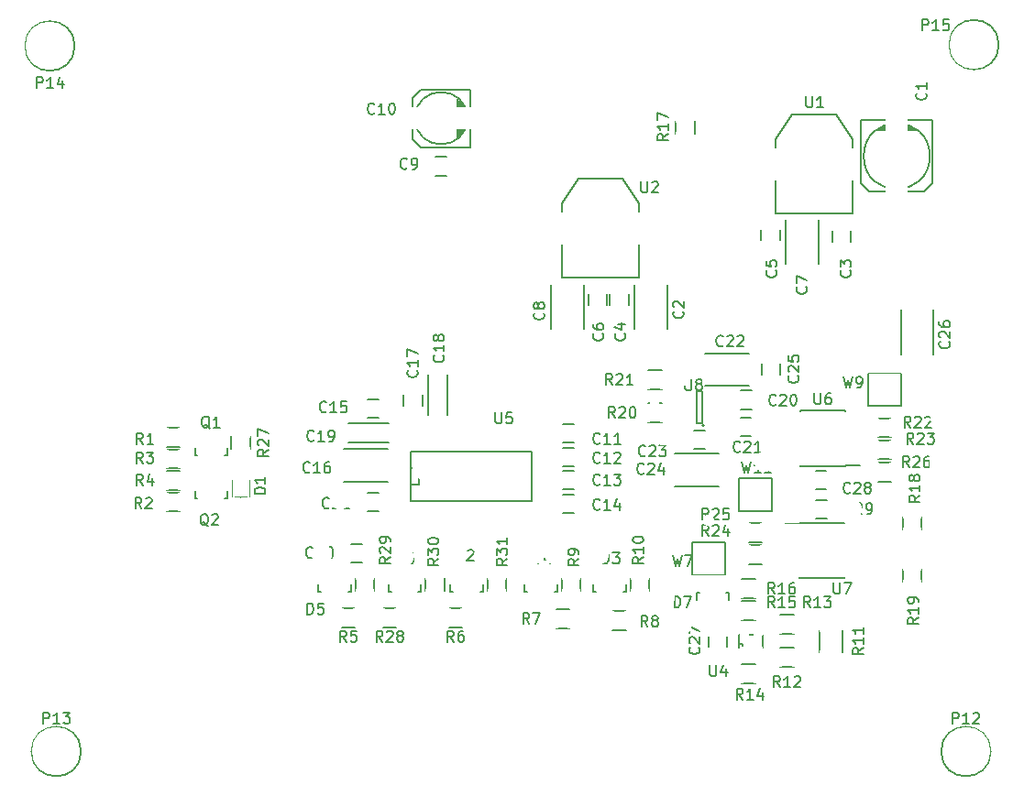
<source format=gbr>
%TF.GenerationSoftware,KiCad,Pcbnew,4.0.2+dfsg1-stable*%
%TF.CreationDate,2019-03-06T22:27:55+01:00*%
%TF.ProjectId,v2,76322E6B696361645F70636200000000,rev?*%
%TF.FileFunction,Legend,Top*%
%FSLAX46Y46*%
G04 Gerber Fmt 4.6, Leading zero omitted, Abs format (unit mm)*
G04 Created by KiCad (PCBNEW 4.0.2+dfsg1-stable) date śro, 6 mar 2019, 22:27:55*
%MOMM*%
G01*
G04 APERTURE LIST*
%ADD10C,0.100000*%
%ADD11C,0.150000*%
%ADD12R,2.000200X3.999180*%
%ADD13R,3.900000X3.900000*%
%ADD14C,3.900000*%
%ADD15O,2.432000X2.127200*%
%ADD16R,2.432000X2.127200*%
%ADD17C,2.700000*%
%ADD18O,2.100000X2.600000*%
%ADD19O,2.120000X2.600000*%
%ADD20R,2.940000X2.940000*%
%ADD21R,2.630000X2.200000*%
%ADD22R,1.650000X1.400000*%
%ADD23R,1.400000X1.650000*%
%ADD24R,3.399740X2.000200*%
%ADD25R,2.200000X2.630000*%
%ADD26R,1.630000X2.200000*%
%ADD27R,2.200000X1.630000*%
%ADD28R,0.975000X1.000000*%
%ADD29R,2.050000X1.000000*%
%ADD30C,1.900000*%
%ADD31R,2.432000X2.432000*%
%ADD32O,2.432000X2.432000*%
%ADD33O,4.200000X3.400000*%
%ADD34C,4.210000*%
%ADD35R,4.210000X4.210000*%
%ADD36R,1.200100X1.200100*%
%ADD37R,1.100000X1.700000*%
%ADD38R,1.700000X1.100000*%
%ADD39R,2.100000X1.300000*%
%ADD40C,2.900000*%
%ADD41C,3.400000*%
%ADD42C,2.899360*%
%ADD43R,4.057600X2.432000*%
%ADD44R,1.416000X2.432000*%
%ADD45R,0.806400X1.060400*%
%ADD46R,0.908000X1.543000*%
%ADD47R,1.950000X1.000000*%
%ADD48R,1.460000X1.050000*%
%ADD49R,2.127200X2.432000*%
%ADD50O,2.127200X2.432000*%
%ADD51C,4.464000*%
%ADD52C,1.700000*%
%ADD53R,1.700000X1.700000*%
%ADD54C,1.100000*%
G04 APERTURE END LIST*
D10*
D11*
X81382000Y-10049000D02*
X79858000Y-10049000D01*
X79477000Y-10176000D02*
X81763000Y-10176000D01*
X82017000Y-10303000D02*
X79223000Y-10303000D01*
X78969000Y-10430000D02*
X82271000Y-10430000D01*
X82398000Y-10557000D02*
X78842000Y-10557000D01*
X83922000Y-9668000D02*
X77318000Y-9668000D01*
X77318000Y-9668000D02*
X77318000Y-15510000D01*
X77318000Y-15510000D02*
X78080000Y-16272000D01*
X78080000Y-16272000D02*
X83160000Y-16272000D01*
X83160000Y-16272000D02*
X83922000Y-15510000D01*
X83922000Y-15510000D02*
X83922000Y-9668000D01*
X80620000Y-15129000D02*
X80620000Y-14367000D01*
X81001000Y-14748000D02*
X80239000Y-14748000D01*
X83668000Y-12970000D02*
G75*
G03X83668000Y-12970000I-3048000J0D01*
G01*
X66064000Y-45759500D02*
X69064000Y-45759500D01*
X69064000Y-45759500D02*
X69064000Y-42759500D01*
X69064000Y-42759500D02*
X66064000Y-42759500D01*
X66064000Y-42759500D02*
X66064000Y-45759500D01*
X78002000Y-33044000D02*
X81002000Y-33044000D01*
X81002000Y-33044000D02*
X81002000Y-36044000D01*
X81002000Y-36044000D02*
X78002000Y-36044000D01*
X78002000Y-36044000D02*
X78002000Y-33044000D01*
X61746000Y-48665000D02*
X61746000Y-51665000D01*
X61746000Y-51665000D02*
X64746000Y-51665000D01*
X64746000Y-51665000D02*
X64746000Y-48665000D01*
X64746000Y-48665000D02*
X61746000Y-48665000D01*
X56395000Y-28958000D02*
X56395000Y-24858000D01*
X59395000Y-28958000D02*
X59395000Y-24858000D01*
X76370000Y-20870000D02*
X76370000Y-19870000D01*
X74670000Y-19870000D02*
X74670000Y-20870000D01*
X55845000Y-26758000D02*
X55845000Y-25758000D01*
X54145000Y-25758000D02*
X54145000Y-26758000D01*
X69811000Y-20756500D02*
X69811000Y-19756500D01*
X68111000Y-19756500D02*
X68111000Y-20756500D01*
X53845000Y-26758000D02*
X53845000Y-25758000D01*
X52145000Y-25758000D02*
X52145000Y-26758000D01*
X70382000Y-22945500D02*
X70382000Y-18845500D01*
X73382000Y-22945500D02*
X73382000Y-18845500D01*
X48695000Y-28958000D02*
X48695000Y-24858000D01*
X51695000Y-28958000D02*
X51695000Y-24858000D01*
X39044500Y-13056500D02*
X38044500Y-13056500D01*
X38044500Y-14756500D02*
X39044500Y-14756500D01*
X40830500Y-10096500D02*
X40830500Y-8699500D01*
X40703500Y-10350500D02*
X40703500Y-8572500D01*
X40576500Y-10731500D02*
X40576500Y-8191500D01*
X40449500Y-8064500D02*
X40449500Y-10858500D01*
X40322500Y-10985500D02*
X40322500Y-7937500D01*
X40195500Y-7810500D02*
X40195500Y-11112500D01*
X40068500Y-11239500D02*
X40068500Y-7683500D01*
X41211500Y-12128500D02*
X36639500Y-12128500D01*
X36639500Y-12128500D02*
X35877500Y-11366500D01*
X35877500Y-11366500D02*
X35877500Y-7556500D01*
X35877500Y-7556500D02*
X36639500Y-6794500D01*
X36639500Y-6794500D02*
X41211500Y-6794500D01*
X41211500Y-6794500D02*
X41211500Y-12128500D01*
X36385500Y-9461500D02*
X37147500Y-9461500D01*
X36766500Y-9842500D02*
X36766500Y-9080500D01*
X40957500Y-9461500D02*
G75*
G03X40957500Y-9461500I-2413000J0D01*
G01*
X50792000Y-37758000D02*
X49792000Y-37758000D01*
X49792000Y-39458000D02*
X50792000Y-39458000D01*
X50792000Y-39917000D02*
X49792000Y-39917000D01*
X49792000Y-41617000D02*
X50792000Y-41617000D01*
X50792000Y-42076000D02*
X49792000Y-42076000D01*
X49792000Y-43776000D02*
X50792000Y-43776000D01*
X50792000Y-44235000D02*
X49792000Y-44235000D01*
X49792000Y-45935000D02*
X50792000Y-45935000D01*
X32758000Y-35446600D02*
X31758000Y-35446600D01*
X31758000Y-37146600D02*
X32758000Y-37146600D01*
X29518000Y-40066000D02*
X33618000Y-40066000D01*
X29518000Y-43066000D02*
X33618000Y-43066000D01*
X36791000Y-36060000D02*
X36791000Y-35060000D01*
X35091000Y-35060000D02*
X35091000Y-36060000D01*
X39127000Y-33198000D02*
X39127000Y-36898000D01*
X37327000Y-33198000D02*
X37327000Y-36898000D01*
X29968000Y-37666000D02*
X33668000Y-37666000D01*
X29968000Y-39466000D02*
X33668000Y-39466000D01*
X67202500Y-34643500D02*
X66202500Y-34643500D01*
X66202500Y-36343500D02*
X67202500Y-36343500D01*
X67175000Y-37123000D02*
X66175000Y-37123000D01*
X66175000Y-38823000D02*
X67175000Y-38823000D01*
X67014500Y-34202500D02*
X62914500Y-34202500D01*
X67014500Y-31202500D02*
X62914500Y-31202500D01*
X62920500Y-38329500D02*
X61920500Y-38329500D01*
X61920500Y-40029500D02*
X62920500Y-40029500D01*
X64220500Y-43473500D02*
X60120500Y-43473500D01*
X64220500Y-40473500D02*
X60120500Y-40473500D01*
X69874500Y-33139000D02*
X69874500Y-32139000D01*
X68174500Y-32139000D02*
X68174500Y-33139000D01*
X80986500Y-31264000D02*
X80986500Y-27164000D01*
X83986500Y-31264000D02*
X83986500Y-27164000D01*
X64971000Y-58349000D02*
X64971000Y-57349000D01*
X63271000Y-57349000D02*
X63271000Y-58349000D01*
X74119000Y-42092000D02*
X73119000Y-42092000D01*
X73119000Y-43792000D02*
X74119000Y-43792000D01*
X73178000Y-46450000D02*
X74178000Y-46450000D01*
X74178000Y-44750000D02*
X73178000Y-44750000D01*
D10*
X19494000Y-44500000D02*
X20594000Y-44500000D01*
X20594000Y-44500000D02*
X20594000Y-44400000D01*
X20594000Y-44400000D02*
X19494000Y-44400000D01*
X19494000Y-44400000D02*
X19494000Y-44500000D01*
X20844000Y-44500000D02*
X20844000Y-42900000D01*
X19244000Y-43700000D02*
X19244000Y-42900000D01*
X19244000Y-43700000D02*
X19244000Y-44500000D01*
D11*
X15994840Y-40600240D02*
X16043100Y-40600240D01*
X18793820Y-39899200D02*
X18793820Y-40600240D01*
X18793820Y-40600240D02*
X18544900Y-40600240D01*
X15994840Y-40600240D02*
X15794180Y-40600240D01*
X15794180Y-40600240D02*
X15794180Y-39899200D01*
X15994840Y-44600240D02*
X16043100Y-44600240D01*
X18793820Y-43899200D02*
X18793820Y-44600240D01*
X18793820Y-44600240D02*
X18544900Y-44600240D01*
X15994840Y-44600240D02*
X15794180Y-44600240D01*
X15794180Y-44600240D02*
X15794180Y-43899200D01*
X13194000Y-38075000D02*
X14394000Y-38075000D01*
X14394000Y-39825000D02*
X13194000Y-39825000D01*
X13194000Y-44075000D02*
X14394000Y-44075000D01*
X14394000Y-45825000D02*
X13194000Y-45825000D01*
X14394000Y-41825000D02*
X13194000Y-41825000D01*
X13194000Y-40075000D02*
X14394000Y-40075000D01*
X14394000Y-43825000D02*
X13194000Y-43825000D01*
X13194000Y-42075000D02*
X14394000Y-42075000D01*
X39278000Y-54751000D02*
X40478000Y-54751000D01*
X40478000Y-56501000D02*
X39278000Y-56501000D01*
X49184000Y-54878000D02*
X50384000Y-54878000D01*
X50384000Y-56628000D02*
X49184000Y-56628000D01*
X54391000Y-55005000D02*
X55591000Y-55005000D01*
X55591000Y-56755000D02*
X54391000Y-56755000D01*
X51421000Y-51978000D02*
X51421000Y-53178000D01*
X49671000Y-53178000D02*
X49671000Y-51978000D01*
X57771000Y-51978000D02*
X57771000Y-53178000D01*
X56021000Y-53178000D02*
X56021000Y-51978000D01*
X75624000Y-56785000D02*
X75624000Y-58785000D01*
X73474000Y-58785000D02*
X73474000Y-56785000D01*
X71085000Y-60184000D02*
X69885000Y-60184000D01*
X69885000Y-58434000D02*
X71085000Y-58434000D01*
X71085000Y-57136000D02*
X69885000Y-57136000D01*
X69885000Y-55386000D02*
X71085000Y-55386000D01*
X67529000Y-61708000D02*
X66329000Y-61708000D01*
X66329000Y-59958000D02*
X67529000Y-59958000D01*
X67529000Y-55866000D02*
X66329000Y-55866000D01*
X66329000Y-54116000D02*
X67529000Y-54116000D01*
X67529000Y-53834000D02*
X66329000Y-53834000D01*
X66329000Y-52084000D02*
X67529000Y-52084000D01*
X60207000Y-10884000D02*
X60207000Y-9684000D01*
X61957000Y-9684000D02*
X61957000Y-10884000D01*
X82917000Y-46263000D02*
X82917000Y-47463000D01*
X81167000Y-47463000D02*
X81167000Y-46263000D01*
X81167000Y-52289000D02*
X81167000Y-51089000D01*
X82917000Y-51089000D02*
X82917000Y-52289000D01*
X58888000Y-37575000D02*
X57688000Y-37575000D01*
X57688000Y-35825000D02*
X58888000Y-35825000D01*
X58888000Y-34527000D02*
X57688000Y-34527000D01*
X57688000Y-32777000D02*
X58888000Y-32777000D01*
X78870000Y-37195000D02*
X80070000Y-37195000D01*
X80070000Y-38945000D02*
X78870000Y-38945000D01*
X80069000Y-40992000D02*
X78869000Y-40992000D01*
X78869000Y-39242000D02*
X80069000Y-39242000D01*
X66964000Y-48909000D02*
X68164000Y-48909000D01*
X68164000Y-50659000D02*
X66964000Y-50659000D01*
X66964000Y-46877000D02*
X68164000Y-46877000D01*
X68164000Y-48627000D02*
X66964000Y-48627000D01*
X78870000Y-41295000D02*
X80070000Y-41295000D01*
X80070000Y-43045000D02*
X78870000Y-43045000D01*
X19169000Y-40050000D02*
X19169000Y-38850000D01*
X20919000Y-38850000D02*
X20919000Y-40050000D01*
X69469000Y-15176500D02*
X69469000Y-18224500D01*
X69469000Y-18224500D02*
X76581000Y-18224500D01*
X76581000Y-18224500D02*
X76581000Y-15176500D01*
X69469000Y-12128500D02*
X69469000Y-11366500D01*
X69469000Y-11366500D02*
X70993000Y-9080500D01*
X70993000Y-9080500D02*
X75057000Y-9080500D01*
X75057000Y-9080500D02*
X76581000Y-11366500D01*
X76581000Y-11366500D02*
X76581000Y-12128500D01*
X49664000Y-21144000D02*
X49664000Y-24192000D01*
X49664000Y-24192000D02*
X56776000Y-24192000D01*
X56776000Y-24192000D02*
X56776000Y-21144000D01*
X49664000Y-18096000D02*
X49664000Y-17334000D01*
X49664000Y-17334000D02*
X51188000Y-15048000D01*
X51188000Y-15048000D02*
X55252000Y-15048000D01*
X55252000Y-15048000D02*
X56776000Y-17334000D01*
X56776000Y-17334000D02*
X56776000Y-18096000D01*
X66083000Y-58085000D02*
X66383000Y-58085000D01*
X66383000Y-58085000D02*
X66383000Y-58385000D01*
X68283000Y-57185000D02*
X66083000Y-57185000D01*
X66083000Y-57185000D02*
X66083000Y-58385000D01*
X66083000Y-58385000D02*
X68283000Y-58385000D01*
X68283000Y-58385000D02*
X68283000Y-57185000D01*
X35738000Y-41824000D02*
X36500000Y-41824000D01*
X36500000Y-41824000D02*
X36500000Y-43348000D01*
X36500000Y-43348000D02*
X35738000Y-43348000D01*
X46914000Y-40300000D02*
X46914000Y-44872000D01*
X46914000Y-44872000D02*
X35738000Y-44872000D01*
X35738000Y-44872000D02*
X35738000Y-40300000D01*
X35738000Y-40300000D02*
X46914000Y-40300000D01*
X75849000Y-41657000D02*
X75849000Y-41512000D01*
X71699000Y-41657000D02*
X71699000Y-41512000D01*
X71699000Y-36507000D02*
X71699000Y-36652000D01*
X75849000Y-36507000D02*
X75849000Y-36652000D01*
X75849000Y-41657000D02*
X71699000Y-41657000D01*
X75849000Y-36507000D02*
X71699000Y-36507000D01*
X75849000Y-41512000D02*
X77249000Y-41512000D01*
X71643000Y-46845000D02*
X71643000Y-46990000D01*
X75793000Y-46845000D02*
X75793000Y-46990000D01*
X75793000Y-51995000D02*
X75793000Y-51850000D01*
X71643000Y-51995000D02*
X71643000Y-51850000D01*
X71643000Y-46845000D02*
X75793000Y-46845000D01*
X71643000Y-51995000D02*
X75793000Y-51995000D01*
X71643000Y-46990000D02*
X70243000Y-46990000D01*
X62862500Y-37863500D02*
G75*
G03X62862500Y-37863500I-100000J0D01*
G01*
X62112500Y-37613500D02*
X62612500Y-37613500D01*
X62112500Y-34713500D02*
X62112500Y-37613500D01*
X62612500Y-34713500D02*
X62112500Y-34713500D01*
X62612500Y-37613500D02*
X62612500Y-34713500D01*
X39594840Y-53228240D02*
X39643100Y-53228240D01*
X42393820Y-52527200D02*
X42393820Y-53228240D01*
X42393820Y-53228240D02*
X42144900Y-53228240D01*
X39594840Y-53228240D02*
X39394180Y-53228240D01*
X39394180Y-53228240D02*
X39394180Y-52527200D01*
X52802840Y-53228240D02*
X52851100Y-53228240D01*
X55601820Y-52527200D02*
X55601820Y-53228240D01*
X55601820Y-53228240D02*
X55352900Y-53228240D01*
X52802840Y-53228240D02*
X52602180Y-53228240D01*
X52602180Y-53228240D02*
X52602180Y-52527200D01*
X46452840Y-53228240D02*
X46501100Y-53228240D01*
X49251820Y-52527200D02*
X49251820Y-53228240D01*
X49251820Y-53228240D02*
X49002900Y-53228240D01*
X46452840Y-53228240D02*
X46252180Y-53228240D01*
X46252180Y-53228240D02*
X46252180Y-52527200D01*
X64926160Y-53324760D02*
X64877900Y-53324760D01*
X62127180Y-54025800D02*
X62127180Y-53324760D01*
X62127180Y-53324760D02*
X62376100Y-53324760D01*
X64926160Y-53324760D02*
X65126820Y-53324760D01*
X65126820Y-53324760D02*
X65126820Y-54025800D01*
X30234000Y-50507000D02*
X31234000Y-50507000D01*
X31234000Y-48807000D02*
X30234000Y-48807000D01*
X31758000Y-45808000D02*
X32758000Y-45808000D01*
X32758000Y-44108000D02*
X31758000Y-44108000D01*
X27402840Y-53228240D02*
X27451100Y-53228240D01*
X30201820Y-52527200D02*
X30201820Y-53228240D01*
X30201820Y-53228240D02*
X29952900Y-53228240D01*
X27402840Y-53228240D02*
X27202180Y-53228240D01*
X27202180Y-53228240D02*
X27202180Y-52527200D01*
X33879840Y-53228240D02*
X33928100Y-53228240D01*
X36678820Y-52527200D02*
X36678820Y-53228240D01*
X36678820Y-53228240D02*
X36429900Y-53228240D01*
X33879840Y-53228240D02*
X33679180Y-53228240D01*
X33679180Y-53228240D02*
X33679180Y-52527200D01*
X30572000Y-56501000D02*
X29372000Y-56501000D01*
X29372000Y-54751000D02*
X30572000Y-54751000D01*
X34382000Y-56501000D02*
X33182000Y-56501000D01*
X33182000Y-54751000D02*
X34382000Y-54751000D01*
X32371000Y-51978000D02*
X32371000Y-53178000D01*
X30621000Y-53178000D02*
X30621000Y-51978000D01*
X38848000Y-51978000D02*
X38848000Y-53178000D01*
X37098000Y-53178000D02*
X37098000Y-51978000D01*
X44563000Y-51978000D02*
X44563000Y-53178000D01*
X42813000Y-53178000D02*
X42813000Y-51978000D01*
X89286000Y-68000000D02*
G75*
G03X89286000Y-68000000I-2286000J0D01*
G01*
X5286000Y-68000000D02*
G75*
G03X5286000Y-68000000I-2286000J0D01*
G01*
X4699000Y-2794000D02*
G75*
G03X4699000Y-2794000I-2286000J0D01*
G01*
X90043000Y-2667000D02*
G75*
G03X90043000Y-2667000I-2286000J0D01*
G01*
X83283143Y-7148666D02*
X83330762Y-7196285D01*
X83378381Y-7339142D01*
X83378381Y-7434380D01*
X83330762Y-7577238D01*
X83235524Y-7672476D01*
X83140286Y-7720095D01*
X82949810Y-7767714D01*
X82806952Y-7767714D01*
X82616476Y-7720095D01*
X82521238Y-7672476D01*
X82426000Y-7577238D01*
X82378381Y-7434380D01*
X82378381Y-7339142D01*
X82426000Y-7196285D01*
X82473619Y-7148666D01*
X83378381Y-6196285D02*
X83378381Y-6767714D01*
X83378381Y-6482000D02*
X82378381Y-6482000D01*
X82521238Y-6577238D01*
X82616476Y-6672476D01*
X82664095Y-6767714D01*
X66305048Y-41232381D02*
X66543143Y-42232381D01*
X66733620Y-41518095D01*
X66924096Y-42232381D01*
X67162191Y-41232381D01*
X68066953Y-42232381D02*
X67495524Y-42232381D01*
X67781238Y-42232381D02*
X67781238Y-41232381D01*
X67686000Y-41375238D01*
X67590762Y-41470476D01*
X67495524Y-41518095D01*
X69019334Y-42232381D02*
X68447905Y-42232381D01*
X68733619Y-42232381D02*
X68733619Y-41232381D01*
X68638381Y-41375238D01*
X68543143Y-41470476D01*
X68447905Y-41518095D01*
X75671238Y-33358381D02*
X75909333Y-34358381D01*
X76099810Y-33644095D01*
X76290286Y-34358381D01*
X76528381Y-33358381D01*
X76956952Y-34358381D02*
X77147428Y-34358381D01*
X77242667Y-34310762D01*
X77290286Y-34263143D01*
X77385524Y-34120286D01*
X77433143Y-33929810D01*
X77433143Y-33548857D01*
X77385524Y-33453619D01*
X77337905Y-33406000D01*
X77242667Y-33358381D01*
X77052190Y-33358381D01*
X76956952Y-33406000D01*
X76909333Y-33453619D01*
X76861714Y-33548857D01*
X76861714Y-33786952D01*
X76909333Y-33882190D01*
X76956952Y-33929810D01*
X77052190Y-33977429D01*
X77242667Y-33977429D01*
X77337905Y-33929810D01*
X77385524Y-33882190D01*
X77433143Y-33786952D01*
X59923238Y-49868381D02*
X60161333Y-50868381D01*
X60351810Y-50154095D01*
X60542286Y-50868381D01*
X60780381Y-49868381D01*
X61066095Y-49868381D02*
X61732762Y-49868381D01*
X61304190Y-50868381D01*
X60852143Y-27324666D02*
X60899762Y-27372285D01*
X60947381Y-27515142D01*
X60947381Y-27610380D01*
X60899762Y-27753238D01*
X60804524Y-27848476D01*
X60709286Y-27896095D01*
X60518810Y-27943714D01*
X60375952Y-27943714D01*
X60185476Y-27896095D01*
X60090238Y-27848476D01*
X59995000Y-27753238D01*
X59947381Y-27610380D01*
X59947381Y-27515142D01*
X59995000Y-27372285D01*
X60042619Y-27324666D01*
X60042619Y-26943714D02*
X59995000Y-26896095D01*
X59947381Y-26800857D01*
X59947381Y-26562761D01*
X59995000Y-26467523D01*
X60042619Y-26419904D01*
X60137857Y-26372285D01*
X60233095Y-26372285D01*
X60375952Y-26419904D01*
X60947381Y-26991333D01*
X60947381Y-26372285D01*
X76303143Y-23534666D02*
X76350762Y-23582285D01*
X76398381Y-23725142D01*
X76398381Y-23820380D01*
X76350762Y-23963238D01*
X76255524Y-24058476D01*
X76160286Y-24106095D01*
X75969810Y-24153714D01*
X75826952Y-24153714D01*
X75636476Y-24106095D01*
X75541238Y-24058476D01*
X75446000Y-23963238D01*
X75398381Y-23820380D01*
X75398381Y-23725142D01*
X75446000Y-23582285D01*
X75493619Y-23534666D01*
X75398381Y-23201333D02*
X75398381Y-22582285D01*
X75779333Y-22915619D01*
X75779333Y-22772761D01*
X75826952Y-22677523D01*
X75874571Y-22629904D01*
X75969810Y-22582285D01*
X76207905Y-22582285D01*
X76303143Y-22629904D01*
X76350762Y-22677523D01*
X76398381Y-22772761D01*
X76398381Y-23058476D01*
X76350762Y-23153714D01*
X76303143Y-23201333D01*
X55475143Y-29376666D02*
X55522762Y-29424285D01*
X55570381Y-29567142D01*
X55570381Y-29662380D01*
X55522762Y-29805238D01*
X55427524Y-29900476D01*
X55332286Y-29948095D01*
X55141810Y-29995714D01*
X54998952Y-29995714D01*
X54808476Y-29948095D01*
X54713238Y-29900476D01*
X54618000Y-29805238D01*
X54570381Y-29662380D01*
X54570381Y-29567142D01*
X54618000Y-29424285D01*
X54665619Y-29376666D01*
X54903714Y-28519523D02*
X55570381Y-28519523D01*
X54522762Y-28757619D02*
X55237048Y-28995714D01*
X55237048Y-28376666D01*
X69445143Y-23534666D02*
X69492762Y-23582285D01*
X69540381Y-23725142D01*
X69540381Y-23820380D01*
X69492762Y-23963238D01*
X69397524Y-24058476D01*
X69302286Y-24106095D01*
X69111810Y-24153714D01*
X68968952Y-24153714D01*
X68778476Y-24106095D01*
X68683238Y-24058476D01*
X68588000Y-23963238D01*
X68540381Y-23820380D01*
X68540381Y-23725142D01*
X68588000Y-23582285D01*
X68635619Y-23534666D01*
X68540381Y-22629904D02*
X68540381Y-23106095D01*
X69016571Y-23153714D01*
X68968952Y-23106095D01*
X68921333Y-23010857D01*
X68921333Y-22772761D01*
X68968952Y-22677523D01*
X69016571Y-22629904D01*
X69111810Y-22582285D01*
X69349905Y-22582285D01*
X69445143Y-22629904D01*
X69492762Y-22677523D01*
X69540381Y-22772761D01*
X69540381Y-23010857D01*
X69492762Y-23106095D01*
X69445143Y-23153714D01*
X53443143Y-29376666D02*
X53490762Y-29424285D01*
X53538381Y-29567142D01*
X53538381Y-29662380D01*
X53490762Y-29805238D01*
X53395524Y-29900476D01*
X53300286Y-29948095D01*
X53109810Y-29995714D01*
X52966952Y-29995714D01*
X52776476Y-29948095D01*
X52681238Y-29900476D01*
X52586000Y-29805238D01*
X52538381Y-29662380D01*
X52538381Y-29567142D01*
X52586000Y-29424285D01*
X52633619Y-29376666D01*
X52538381Y-28519523D02*
X52538381Y-28710000D01*
X52586000Y-28805238D01*
X52633619Y-28852857D01*
X52776476Y-28948095D01*
X52966952Y-28995714D01*
X53347905Y-28995714D01*
X53443143Y-28948095D01*
X53490762Y-28900476D01*
X53538381Y-28805238D01*
X53538381Y-28614761D01*
X53490762Y-28519523D01*
X53443143Y-28471904D01*
X53347905Y-28424285D01*
X53109810Y-28424285D01*
X53014571Y-28471904D01*
X52966952Y-28519523D01*
X52919333Y-28614761D01*
X52919333Y-28805238D01*
X52966952Y-28900476D01*
X53014571Y-28948095D01*
X53109810Y-28995714D01*
X72239143Y-25058666D02*
X72286762Y-25106285D01*
X72334381Y-25249142D01*
X72334381Y-25344380D01*
X72286762Y-25487238D01*
X72191524Y-25582476D01*
X72096286Y-25630095D01*
X71905810Y-25677714D01*
X71762952Y-25677714D01*
X71572476Y-25630095D01*
X71477238Y-25582476D01*
X71382000Y-25487238D01*
X71334381Y-25344380D01*
X71334381Y-25249142D01*
X71382000Y-25106285D01*
X71429619Y-25058666D01*
X71334381Y-24725333D02*
X71334381Y-24058666D01*
X72334381Y-24487238D01*
X47977143Y-27468666D02*
X48024762Y-27516285D01*
X48072381Y-27659142D01*
X48072381Y-27754380D01*
X48024762Y-27897238D01*
X47929524Y-27992476D01*
X47834286Y-28040095D01*
X47643810Y-28087714D01*
X47500952Y-28087714D01*
X47310476Y-28040095D01*
X47215238Y-27992476D01*
X47120000Y-27897238D01*
X47072381Y-27754380D01*
X47072381Y-27659142D01*
X47120000Y-27516285D01*
X47167619Y-27468666D01*
X47500952Y-26897238D02*
X47453333Y-26992476D01*
X47405714Y-27040095D01*
X47310476Y-27087714D01*
X47262857Y-27087714D01*
X47167619Y-27040095D01*
X47120000Y-26992476D01*
X47072381Y-26897238D01*
X47072381Y-26706761D01*
X47120000Y-26611523D01*
X47167619Y-26563904D01*
X47262857Y-26516285D01*
X47310476Y-26516285D01*
X47405714Y-26563904D01*
X47453333Y-26611523D01*
X47500952Y-26706761D01*
X47500952Y-26897238D01*
X47548571Y-26992476D01*
X47596190Y-27040095D01*
X47691429Y-27087714D01*
X47881905Y-27087714D01*
X47977143Y-27040095D01*
X48024762Y-26992476D01*
X48072381Y-26897238D01*
X48072381Y-26706761D01*
X48024762Y-26611523D01*
X47977143Y-26563904D01*
X47881905Y-26516285D01*
X47691429Y-26516285D01*
X47596190Y-26563904D01*
X47548571Y-26611523D01*
X47500952Y-26706761D01*
X35393334Y-14073143D02*
X35345715Y-14120762D01*
X35202858Y-14168381D01*
X35107620Y-14168381D01*
X34964762Y-14120762D01*
X34869524Y-14025524D01*
X34821905Y-13930286D01*
X34774286Y-13739810D01*
X34774286Y-13596952D01*
X34821905Y-13406476D01*
X34869524Y-13311238D01*
X34964762Y-13216000D01*
X35107620Y-13168381D01*
X35202858Y-13168381D01*
X35345715Y-13216000D01*
X35393334Y-13263619D01*
X35869524Y-14168381D02*
X36060000Y-14168381D01*
X36155239Y-14120762D01*
X36202858Y-14073143D01*
X36298096Y-13930286D01*
X36345715Y-13739810D01*
X36345715Y-13358857D01*
X36298096Y-13263619D01*
X36250477Y-13216000D01*
X36155239Y-13168381D01*
X35964762Y-13168381D01*
X35869524Y-13216000D01*
X35821905Y-13263619D01*
X35774286Y-13358857D01*
X35774286Y-13596952D01*
X35821905Y-13692190D01*
X35869524Y-13739810D01*
X35964762Y-13787429D01*
X36155239Y-13787429D01*
X36250477Y-13739810D01*
X36298096Y-13692190D01*
X36345715Y-13596952D01*
X32377143Y-8993143D02*
X32329524Y-9040762D01*
X32186667Y-9088381D01*
X32091429Y-9088381D01*
X31948571Y-9040762D01*
X31853333Y-8945524D01*
X31805714Y-8850286D01*
X31758095Y-8659810D01*
X31758095Y-8516952D01*
X31805714Y-8326476D01*
X31853333Y-8231238D01*
X31948571Y-8136000D01*
X32091429Y-8088381D01*
X32186667Y-8088381D01*
X32329524Y-8136000D01*
X32377143Y-8183619D01*
X33329524Y-9088381D02*
X32758095Y-9088381D01*
X33043809Y-9088381D02*
X33043809Y-8088381D01*
X32948571Y-8231238D01*
X32853333Y-8326476D01*
X32758095Y-8374095D01*
X33948571Y-8088381D02*
X34043810Y-8088381D01*
X34139048Y-8136000D01*
X34186667Y-8183619D01*
X34234286Y-8278857D01*
X34281905Y-8469333D01*
X34281905Y-8707429D01*
X34234286Y-8897905D01*
X34186667Y-8993143D01*
X34139048Y-9040762D01*
X34043810Y-9088381D01*
X33948571Y-9088381D01*
X33853333Y-9040762D01*
X33805714Y-8993143D01*
X33758095Y-8897905D01*
X33710476Y-8707429D01*
X33710476Y-8469333D01*
X33758095Y-8278857D01*
X33805714Y-8183619D01*
X33853333Y-8136000D01*
X33948571Y-8088381D01*
X53205143Y-39473143D02*
X53157524Y-39520762D01*
X53014667Y-39568381D01*
X52919429Y-39568381D01*
X52776571Y-39520762D01*
X52681333Y-39425524D01*
X52633714Y-39330286D01*
X52586095Y-39139810D01*
X52586095Y-38996952D01*
X52633714Y-38806476D01*
X52681333Y-38711238D01*
X52776571Y-38616000D01*
X52919429Y-38568381D01*
X53014667Y-38568381D01*
X53157524Y-38616000D01*
X53205143Y-38663619D01*
X54157524Y-39568381D02*
X53586095Y-39568381D01*
X53871809Y-39568381D02*
X53871809Y-38568381D01*
X53776571Y-38711238D01*
X53681333Y-38806476D01*
X53586095Y-38854095D01*
X55109905Y-39568381D02*
X54538476Y-39568381D01*
X54824190Y-39568381D02*
X54824190Y-38568381D01*
X54728952Y-38711238D01*
X54633714Y-38806476D01*
X54538476Y-38854095D01*
X53205143Y-41251143D02*
X53157524Y-41298762D01*
X53014667Y-41346381D01*
X52919429Y-41346381D01*
X52776571Y-41298762D01*
X52681333Y-41203524D01*
X52633714Y-41108286D01*
X52586095Y-40917810D01*
X52586095Y-40774952D01*
X52633714Y-40584476D01*
X52681333Y-40489238D01*
X52776571Y-40394000D01*
X52919429Y-40346381D01*
X53014667Y-40346381D01*
X53157524Y-40394000D01*
X53205143Y-40441619D01*
X54157524Y-41346381D02*
X53586095Y-41346381D01*
X53871809Y-41346381D02*
X53871809Y-40346381D01*
X53776571Y-40489238D01*
X53681333Y-40584476D01*
X53586095Y-40632095D01*
X54538476Y-40441619D02*
X54586095Y-40394000D01*
X54681333Y-40346381D01*
X54919429Y-40346381D01*
X55014667Y-40394000D01*
X55062286Y-40441619D01*
X55109905Y-40536857D01*
X55109905Y-40632095D01*
X55062286Y-40774952D01*
X54490857Y-41346381D01*
X55109905Y-41346381D01*
X53205143Y-43283143D02*
X53157524Y-43330762D01*
X53014667Y-43378381D01*
X52919429Y-43378381D01*
X52776571Y-43330762D01*
X52681333Y-43235524D01*
X52633714Y-43140286D01*
X52586095Y-42949810D01*
X52586095Y-42806952D01*
X52633714Y-42616476D01*
X52681333Y-42521238D01*
X52776571Y-42426000D01*
X52919429Y-42378381D01*
X53014667Y-42378381D01*
X53157524Y-42426000D01*
X53205143Y-42473619D01*
X54157524Y-43378381D02*
X53586095Y-43378381D01*
X53871809Y-43378381D02*
X53871809Y-42378381D01*
X53776571Y-42521238D01*
X53681333Y-42616476D01*
X53586095Y-42664095D01*
X54490857Y-42378381D02*
X55109905Y-42378381D01*
X54776571Y-42759333D01*
X54919429Y-42759333D01*
X55014667Y-42806952D01*
X55062286Y-42854571D01*
X55109905Y-42949810D01*
X55109905Y-43187905D01*
X55062286Y-43283143D01*
X55014667Y-43330762D01*
X54919429Y-43378381D01*
X54633714Y-43378381D01*
X54538476Y-43330762D01*
X54490857Y-43283143D01*
X53205143Y-45569143D02*
X53157524Y-45616762D01*
X53014667Y-45664381D01*
X52919429Y-45664381D01*
X52776571Y-45616762D01*
X52681333Y-45521524D01*
X52633714Y-45426286D01*
X52586095Y-45235810D01*
X52586095Y-45092952D01*
X52633714Y-44902476D01*
X52681333Y-44807238D01*
X52776571Y-44712000D01*
X52919429Y-44664381D01*
X53014667Y-44664381D01*
X53157524Y-44712000D01*
X53205143Y-44759619D01*
X54157524Y-45664381D02*
X53586095Y-45664381D01*
X53871809Y-45664381D02*
X53871809Y-44664381D01*
X53776571Y-44807238D01*
X53681333Y-44902476D01*
X53586095Y-44950095D01*
X55014667Y-44997714D02*
X55014667Y-45664381D01*
X54776571Y-44616762D02*
X54538476Y-45331048D01*
X55157524Y-45331048D01*
X27927143Y-36549143D02*
X27879524Y-36596762D01*
X27736667Y-36644381D01*
X27641429Y-36644381D01*
X27498571Y-36596762D01*
X27403333Y-36501524D01*
X27355714Y-36406286D01*
X27308095Y-36215810D01*
X27308095Y-36072952D01*
X27355714Y-35882476D01*
X27403333Y-35787238D01*
X27498571Y-35692000D01*
X27641429Y-35644381D01*
X27736667Y-35644381D01*
X27879524Y-35692000D01*
X27927143Y-35739619D01*
X28879524Y-36644381D02*
X28308095Y-36644381D01*
X28593809Y-36644381D02*
X28593809Y-35644381D01*
X28498571Y-35787238D01*
X28403333Y-35882476D01*
X28308095Y-35930095D01*
X29784286Y-35644381D02*
X29308095Y-35644381D01*
X29260476Y-36120571D01*
X29308095Y-36072952D01*
X29403333Y-36025333D01*
X29641429Y-36025333D01*
X29736667Y-36072952D01*
X29784286Y-36120571D01*
X29831905Y-36215810D01*
X29831905Y-36453905D01*
X29784286Y-36549143D01*
X29736667Y-36596762D01*
X29641429Y-36644381D01*
X29403333Y-36644381D01*
X29308095Y-36596762D01*
X29260476Y-36549143D01*
X26403143Y-42137143D02*
X26355524Y-42184762D01*
X26212667Y-42232381D01*
X26117429Y-42232381D01*
X25974571Y-42184762D01*
X25879333Y-42089524D01*
X25831714Y-41994286D01*
X25784095Y-41803810D01*
X25784095Y-41660952D01*
X25831714Y-41470476D01*
X25879333Y-41375238D01*
X25974571Y-41280000D01*
X26117429Y-41232381D01*
X26212667Y-41232381D01*
X26355524Y-41280000D01*
X26403143Y-41327619D01*
X27355524Y-42232381D02*
X26784095Y-42232381D01*
X27069809Y-42232381D02*
X27069809Y-41232381D01*
X26974571Y-41375238D01*
X26879333Y-41470476D01*
X26784095Y-41518095D01*
X28212667Y-41232381D02*
X28022190Y-41232381D01*
X27926952Y-41280000D01*
X27879333Y-41327619D01*
X27784095Y-41470476D01*
X27736476Y-41660952D01*
X27736476Y-42041905D01*
X27784095Y-42137143D01*
X27831714Y-42184762D01*
X27926952Y-42232381D01*
X28117429Y-42232381D01*
X28212667Y-42184762D01*
X28260286Y-42137143D01*
X28307905Y-42041905D01*
X28307905Y-41803810D01*
X28260286Y-41708571D01*
X28212667Y-41660952D01*
X28117429Y-41613333D01*
X27926952Y-41613333D01*
X27831714Y-41660952D01*
X27784095Y-41708571D01*
X27736476Y-41803810D01*
X36293143Y-32770857D02*
X36340762Y-32818476D01*
X36388381Y-32961333D01*
X36388381Y-33056571D01*
X36340762Y-33199429D01*
X36245524Y-33294667D01*
X36150286Y-33342286D01*
X35959810Y-33389905D01*
X35816952Y-33389905D01*
X35626476Y-33342286D01*
X35531238Y-33294667D01*
X35436000Y-33199429D01*
X35388381Y-33056571D01*
X35388381Y-32961333D01*
X35436000Y-32818476D01*
X35483619Y-32770857D01*
X36388381Y-31818476D02*
X36388381Y-32389905D01*
X36388381Y-32104191D02*
X35388381Y-32104191D01*
X35531238Y-32199429D01*
X35626476Y-32294667D01*
X35674095Y-32389905D01*
X35388381Y-31485143D02*
X35388381Y-30818476D01*
X36388381Y-31247048D01*
X38711143Y-31376857D02*
X38758762Y-31424476D01*
X38806381Y-31567333D01*
X38806381Y-31662571D01*
X38758762Y-31805429D01*
X38663524Y-31900667D01*
X38568286Y-31948286D01*
X38377810Y-31995905D01*
X38234952Y-31995905D01*
X38044476Y-31948286D01*
X37949238Y-31900667D01*
X37854000Y-31805429D01*
X37806381Y-31662571D01*
X37806381Y-31567333D01*
X37854000Y-31424476D01*
X37901619Y-31376857D01*
X38806381Y-30424476D02*
X38806381Y-30995905D01*
X38806381Y-30710191D02*
X37806381Y-30710191D01*
X37949238Y-30805429D01*
X38044476Y-30900667D01*
X38092095Y-30995905D01*
X38234952Y-29853048D02*
X38187333Y-29948286D01*
X38139714Y-29995905D01*
X38044476Y-30043524D01*
X37996857Y-30043524D01*
X37901619Y-29995905D01*
X37854000Y-29948286D01*
X37806381Y-29853048D01*
X37806381Y-29662571D01*
X37854000Y-29567333D01*
X37901619Y-29519714D01*
X37996857Y-29472095D01*
X38044476Y-29472095D01*
X38139714Y-29519714D01*
X38187333Y-29567333D01*
X38234952Y-29662571D01*
X38234952Y-29853048D01*
X38282571Y-29948286D01*
X38330190Y-29995905D01*
X38425429Y-30043524D01*
X38615905Y-30043524D01*
X38711143Y-29995905D01*
X38758762Y-29948286D01*
X38806381Y-29853048D01*
X38806381Y-29662571D01*
X38758762Y-29567333D01*
X38711143Y-29519714D01*
X38615905Y-29472095D01*
X38425429Y-29472095D01*
X38330190Y-29519714D01*
X38282571Y-29567333D01*
X38234952Y-29662571D01*
X26789143Y-39219143D02*
X26741524Y-39266762D01*
X26598667Y-39314381D01*
X26503429Y-39314381D01*
X26360571Y-39266762D01*
X26265333Y-39171524D01*
X26217714Y-39076286D01*
X26170095Y-38885810D01*
X26170095Y-38742952D01*
X26217714Y-38552476D01*
X26265333Y-38457238D01*
X26360571Y-38362000D01*
X26503429Y-38314381D01*
X26598667Y-38314381D01*
X26741524Y-38362000D01*
X26789143Y-38409619D01*
X27741524Y-39314381D02*
X27170095Y-39314381D01*
X27455809Y-39314381D02*
X27455809Y-38314381D01*
X27360571Y-38457238D01*
X27265333Y-38552476D01*
X27170095Y-38600095D01*
X28217714Y-39314381D02*
X28408190Y-39314381D01*
X28503429Y-39266762D01*
X28551048Y-39219143D01*
X28646286Y-39076286D01*
X28693905Y-38885810D01*
X28693905Y-38504857D01*
X28646286Y-38409619D01*
X28598667Y-38362000D01*
X28503429Y-38314381D01*
X28312952Y-38314381D01*
X28217714Y-38362000D01*
X28170095Y-38409619D01*
X28122476Y-38504857D01*
X28122476Y-38742952D01*
X28170095Y-38838190D01*
X28217714Y-38885810D01*
X28312952Y-38933429D01*
X28503429Y-38933429D01*
X28598667Y-38885810D01*
X28646286Y-38838190D01*
X28693905Y-38742952D01*
X69461143Y-35917143D02*
X69413524Y-35964762D01*
X69270667Y-36012381D01*
X69175429Y-36012381D01*
X69032571Y-35964762D01*
X68937333Y-35869524D01*
X68889714Y-35774286D01*
X68842095Y-35583810D01*
X68842095Y-35440952D01*
X68889714Y-35250476D01*
X68937333Y-35155238D01*
X69032571Y-35060000D01*
X69175429Y-35012381D01*
X69270667Y-35012381D01*
X69413524Y-35060000D01*
X69461143Y-35107619D01*
X69842095Y-35107619D02*
X69889714Y-35060000D01*
X69984952Y-35012381D01*
X70223048Y-35012381D01*
X70318286Y-35060000D01*
X70365905Y-35107619D01*
X70413524Y-35202857D01*
X70413524Y-35298095D01*
X70365905Y-35440952D01*
X69794476Y-36012381D01*
X70413524Y-36012381D01*
X71032571Y-35012381D02*
X71127810Y-35012381D01*
X71223048Y-35060000D01*
X71270667Y-35107619D01*
X71318286Y-35202857D01*
X71365905Y-35393333D01*
X71365905Y-35631429D01*
X71318286Y-35821905D01*
X71270667Y-35917143D01*
X71223048Y-35964762D01*
X71127810Y-36012381D01*
X71032571Y-36012381D01*
X70937333Y-35964762D01*
X70889714Y-35917143D01*
X70842095Y-35821905D01*
X70794476Y-35631429D01*
X70794476Y-35393333D01*
X70842095Y-35202857D01*
X70889714Y-35107619D01*
X70937333Y-35060000D01*
X71032571Y-35012381D01*
X66159143Y-40235143D02*
X66111524Y-40282762D01*
X65968667Y-40330381D01*
X65873429Y-40330381D01*
X65730571Y-40282762D01*
X65635333Y-40187524D01*
X65587714Y-40092286D01*
X65540095Y-39901810D01*
X65540095Y-39758952D01*
X65587714Y-39568476D01*
X65635333Y-39473238D01*
X65730571Y-39378000D01*
X65873429Y-39330381D01*
X65968667Y-39330381D01*
X66111524Y-39378000D01*
X66159143Y-39425619D01*
X66540095Y-39425619D02*
X66587714Y-39378000D01*
X66682952Y-39330381D01*
X66921048Y-39330381D01*
X67016286Y-39378000D01*
X67063905Y-39425619D01*
X67111524Y-39520857D01*
X67111524Y-39616095D01*
X67063905Y-39758952D01*
X66492476Y-40330381D01*
X67111524Y-40330381D01*
X68063905Y-40330381D02*
X67492476Y-40330381D01*
X67778190Y-40330381D02*
X67778190Y-39330381D01*
X67682952Y-39473238D01*
X67587714Y-39568476D01*
X67492476Y-39616095D01*
X64571643Y-30459643D02*
X64524024Y-30507262D01*
X64381167Y-30554881D01*
X64285929Y-30554881D01*
X64143071Y-30507262D01*
X64047833Y-30412024D01*
X64000214Y-30316786D01*
X63952595Y-30126310D01*
X63952595Y-29983452D01*
X64000214Y-29792976D01*
X64047833Y-29697738D01*
X64143071Y-29602500D01*
X64285929Y-29554881D01*
X64381167Y-29554881D01*
X64524024Y-29602500D01*
X64571643Y-29650119D01*
X64952595Y-29650119D02*
X65000214Y-29602500D01*
X65095452Y-29554881D01*
X65333548Y-29554881D01*
X65428786Y-29602500D01*
X65476405Y-29650119D01*
X65524024Y-29745357D01*
X65524024Y-29840595D01*
X65476405Y-29983452D01*
X64904976Y-30554881D01*
X65524024Y-30554881D01*
X65904976Y-29650119D02*
X65952595Y-29602500D01*
X66047833Y-29554881D01*
X66285929Y-29554881D01*
X66381167Y-29602500D01*
X66428786Y-29650119D01*
X66476405Y-29745357D01*
X66476405Y-29840595D01*
X66428786Y-29983452D01*
X65857357Y-30554881D01*
X66476405Y-30554881D01*
X57391143Y-40613143D02*
X57343524Y-40660762D01*
X57200667Y-40708381D01*
X57105429Y-40708381D01*
X56962571Y-40660762D01*
X56867333Y-40565524D01*
X56819714Y-40470286D01*
X56772095Y-40279810D01*
X56772095Y-40136952D01*
X56819714Y-39946476D01*
X56867333Y-39851238D01*
X56962571Y-39756000D01*
X57105429Y-39708381D01*
X57200667Y-39708381D01*
X57343524Y-39756000D01*
X57391143Y-39803619D01*
X57772095Y-39803619D02*
X57819714Y-39756000D01*
X57914952Y-39708381D01*
X58153048Y-39708381D01*
X58248286Y-39756000D01*
X58295905Y-39803619D01*
X58343524Y-39898857D01*
X58343524Y-39994095D01*
X58295905Y-40136952D01*
X57724476Y-40708381D01*
X58343524Y-40708381D01*
X58676857Y-39708381D02*
X59295905Y-39708381D01*
X58962571Y-40089333D01*
X59105429Y-40089333D01*
X59200667Y-40136952D01*
X59248286Y-40184571D01*
X59295905Y-40279810D01*
X59295905Y-40517905D01*
X59248286Y-40613143D01*
X59200667Y-40660762D01*
X59105429Y-40708381D01*
X58819714Y-40708381D01*
X58724476Y-40660762D01*
X58676857Y-40613143D01*
X57269143Y-42267143D02*
X57221524Y-42314762D01*
X57078667Y-42362381D01*
X56983429Y-42362381D01*
X56840571Y-42314762D01*
X56745333Y-42219524D01*
X56697714Y-42124286D01*
X56650095Y-41933810D01*
X56650095Y-41790952D01*
X56697714Y-41600476D01*
X56745333Y-41505238D01*
X56840571Y-41410000D01*
X56983429Y-41362381D01*
X57078667Y-41362381D01*
X57221524Y-41410000D01*
X57269143Y-41457619D01*
X57650095Y-41457619D02*
X57697714Y-41410000D01*
X57792952Y-41362381D01*
X58031048Y-41362381D01*
X58126286Y-41410000D01*
X58173905Y-41457619D01*
X58221524Y-41552857D01*
X58221524Y-41648095D01*
X58173905Y-41790952D01*
X57602476Y-42362381D01*
X58221524Y-42362381D01*
X59078667Y-41695714D02*
X59078667Y-42362381D01*
X58840571Y-41314762D02*
X58602476Y-42029048D01*
X59221524Y-42029048D01*
X71481643Y-33281857D02*
X71529262Y-33329476D01*
X71576881Y-33472333D01*
X71576881Y-33567571D01*
X71529262Y-33710429D01*
X71434024Y-33805667D01*
X71338786Y-33853286D01*
X71148310Y-33900905D01*
X71005452Y-33900905D01*
X70814976Y-33853286D01*
X70719738Y-33805667D01*
X70624500Y-33710429D01*
X70576881Y-33567571D01*
X70576881Y-33472333D01*
X70624500Y-33329476D01*
X70672119Y-33281857D01*
X70672119Y-32900905D02*
X70624500Y-32853286D01*
X70576881Y-32758048D01*
X70576881Y-32519952D01*
X70624500Y-32424714D01*
X70672119Y-32377095D01*
X70767357Y-32329476D01*
X70862595Y-32329476D01*
X71005452Y-32377095D01*
X71576881Y-32948524D01*
X71576881Y-32329476D01*
X70576881Y-31424714D02*
X70576881Y-31900905D01*
X71053071Y-31948524D01*
X71005452Y-31900905D01*
X70957833Y-31805667D01*
X70957833Y-31567571D01*
X71005452Y-31472333D01*
X71053071Y-31424714D01*
X71148310Y-31377095D01*
X71386405Y-31377095D01*
X71481643Y-31424714D01*
X71529262Y-31472333D01*
X71576881Y-31567571D01*
X71576881Y-31805667D01*
X71529262Y-31900905D01*
X71481643Y-31948524D01*
X85443643Y-30106857D02*
X85491262Y-30154476D01*
X85538881Y-30297333D01*
X85538881Y-30392571D01*
X85491262Y-30535429D01*
X85396024Y-30630667D01*
X85300786Y-30678286D01*
X85110310Y-30725905D01*
X84967452Y-30725905D01*
X84776976Y-30678286D01*
X84681738Y-30630667D01*
X84586500Y-30535429D01*
X84538881Y-30392571D01*
X84538881Y-30297333D01*
X84586500Y-30154476D01*
X84634119Y-30106857D01*
X84634119Y-29725905D02*
X84586500Y-29678286D01*
X84538881Y-29583048D01*
X84538881Y-29344952D01*
X84586500Y-29249714D01*
X84634119Y-29202095D01*
X84729357Y-29154476D01*
X84824595Y-29154476D01*
X84967452Y-29202095D01*
X85538881Y-29773524D01*
X85538881Y-29154476D01*
X84538881Y-28297333D02*
X84538881Y-28487810D01*
X84586500Y-28583048D01*
X84634119Y-28630667D01*
X84776976Y-28725905D01*
X84967452Y-28773524D01*
X85348405Y-28773524D01*
X85443643Y-28725905D01*
X85491262Y-28678286D01*
X85538881Y-28583048D01*
X85538881Y-28392571D01*
X85491262Y-28297333D01*
X85443643Y-28249714D01*
X85348405Y-28202095D01*
X85110310Y-28202095D01*
X85015071Y-28249714D01*
X84967452Y-28297333D01*
X84919833Y-28392571D01*
X84919833Y-28583048D01*
X84967452Y-28678286D01*
X85015071Y-28725905D01*
X85110310Y-28773524D01*
X62338143Y-58361857D02*
X62385762Y-58409476D01*
X62433381Y-58552333D01*
X62433381Y-58647571D01*
X62385762Y-58790429D01*
X62290524Y-58885667D01*
X62195286Y-58933286D01*
X62004810Y-58980905D01*
X61861952Y-58980905D01*
X61671476Y-58933286D01*
X61576238Y-58885667D01*
X61481000Y-58790429D01*
X61433381Y-58647571D01*
X61433381Y-58552333D01*
X61481000Y-58409476D01*
X61528619Y-58361857D01*
X61528619Y-57980905D02*
X61481000Y-57933286D01*
X61433381Y-57838048D01*
X61433381Y-57599952D01*
X61481000Y-57504714D01*
X61528619Y-57457095D01*
X61623857Y-57409476D01*
X61719095Y-57409476D01*
X61861952Y-57457095D01*
X62433381Y-58028524D01*
X62433381Y-57409476D01*
X61433381Y-57076143D02*
X61433381Y-56409476D01*
X62433381Y-56838048D01*
X76319143Y-44045143D02*
X76271524Y-44092762D01*
X76128667Y-44140381D01*
X76033429Y-44140381D01*
X75890571Y-44092762D01*
X75795333Y-43997524D01*
X75747714Y-43902286D01*
X75700095Y-43711810D01*
X75700095Y-43568952D01*
X75747714Y-43378476D01*
X75795333Y-43283238D01*
X75890571Y-43188000D01*
X76033429Y-43140381D01*
X76128667Y-43140381D01*
X76271524Y-43188000D01*
X76319143Y-43235619D01*
X76700095Y-43235619D02*
X76747714Y-43188000D01*
X76842952Y-43140381D01*
X77081048Y-43140381D01*
X77176286Y-43188000D01*
X77223905Y-43235619D01*
X77271524Y-43330857D01*
X77271524Y-43426095D01*
X77223905Y-43568952D01*
X76652476Y-44140381D01*
X77271524Y-44140381D01*
X77842952Y-43568952D02*
X77747714Y-43521333D01*
X77700095Y-43473714D01*
X77652476Y-43378476D01*
X77652476Y-43330857D01*
X77700095Y-43235619D01*
X77747714Y-43188000D01*
X77842952Y-43140381D01*
X78033429Y-43140381D01*
X78128667Y-43188000D01*
X78176286Y-43235619D01*
X78223905Y-43330857D01*
X78223905Y-43378476D01*
X78176286Y-43473714D01*
X78128667Y-43521333D01*
X78033429Y-43568952D01*
X77842952Y-43568952D01*
X77747714Y-43616571D01*
X77700095Y-43664190D01*
X77652476Y-43759429D01*
X77652476Y-43949905D01*
X77700095Y-44045143D01*
X77747714Y-44092762D01*
X77842952Y-44140381D01*
X78033429Y-44140381D01*
X78128667Y-44092762D01*
X78176286Y-44045143D01*
X78223905Y-43949905D01*
X78223905Y-43759429D01*
X78176286Y-43664190D01*
X78128667Y-43616571D01*
X78033429Y-43568952D01*
X76441143Y-45947143D02*
X76393524Y-45994762D01*
X76250667Y-46042381D01*
X76155429Y-46042381D01*
X76012571Y-45994762D01*
X75917333Y-45899524D01*
X75869714Y-45804286D01*
X75822095Y-45613810D01*
X75822095Y-45470952D01*
X75869714Y-45280476D01*
X75917333Y-45185238D01*
X76012571Y-45090000D01*
X76155429Y-45042381D01*
X76250667Y-45042381D01*
X76393524Y-45090000D01*
X76441143Y-45137619D01*
X76822095Y-45137619D02*
X76869714Y-45090000D01*
X76964952Y-45042381D01*
X77203048Y-45042381D01*
X77298286Y-45090000D01*
X77345905Y-45137619D01*
X77393524Y-45232857D01*
X77393524Y-45328095D01*
X77345905Y-45470952D01*
X76774476Y-46042381D01*
X77393524Y-46042381D01*
X77869714Y-46042381D02*
X78060190Y-46042381D01*
X78155429Y-45994762D01*
X78203048Y-45947143D01*
X78298286Y-45804286D01*
X78345905Y-45613810D01*
X78345905Y-45232857D01*
X78298286Y-45137619D01*
X78250667Y-45090000D01*
X78155429Y-45042381D01*
X77964952Y-45042381D01*
X77869714Y-45090000D01*
X77822095Y-45137619D01*
X77774476Y-45232857D01*
X77774476Y-45470952D01*
X77822095Y-45566190D01*
X77869714Y-45613810D01*
X77964952Y-45661429D01*
X78155429Y-45661429D01*
X78250667Y-45613810D01*
X78298286Y-45566190D01*
X78345905Y-45470952D01*
X22296381Y-44172095D02*
X21296381Y-44172095D01*
X21296381Y-43934000D01*
X21344000Y-43791142D01*
X21439238Y-43695904D01*
X21534476Y-43648285D01*
X21724952Y-43600666D01*
X21867810Y-43600666D01*
X22058286Y-43648285D01*
X22153524Y-43695904D01*
X22248762Y-43791142D01*
X22296381Y-43934000D01*
X22296381Y-44172095D01*
X22296381Y-42648285D02*
X22296381Y-43219714D01*
X22296381Y-42934000D02*
X21296381Y-42934000D01*
X21439238Y-43029238D01*
X21534476Y-43124476D01*
X21582095Y-43219714D01*
X17176762Y-38139619D02*
X17081524Y-38092000D01*
X16986286Y-37996762D01*
X16843429Y-37853905D01*
X16748190Y-37806286D01*
X16652952Y-37806286D01*
X16700571Y-38044381D02*
X16605333Y-37996762D01*
X16510095Y-37901524D01*
X16462476Y-37711048D01*
X16462476Y-37377714D01*
X16510095Y-37187238D01*
X16605333Y-37092000D01*
X16700571Y-37044381D01*
X16891048Y-37044381D01*
X16986286Y-37092000D01*
X17081524Y-37187238D01*
X17129143Y-37377714D01*
X17129143Y-37711048D01*
X17081524Y-37901524D01*
X16986286Y-37996762D01*
X16891048Y-38044381D01*
X16700571Y-38044381D01*
X18081524Y-38044381D02*
X17510095Y-38044381D01*
X17795809Y-38044381D02*
X17795809Y-37044381D01*
X17700571Y-37187238D01*
X17605333Y-37282476D01*
X17510095Y-37330095D01*
X17044762Y-47153619D02*
X16949524Y-47106000D01*
X16854286Y-47010762D01*
X16711429Y-46867905D01*
X16616190Y-46820286D01*
X16520952Y-46820286D01*
X16568571Y-47058381D02*
X16473333Y-47010762D01*
X16378095Y-46915524D01*
X16330476Y-46725048D01*
X16330476Y-46391714D01*
X16378095Y-46201238D01*
X16473333Y-46106000D01*
X16568571Y-46058381D01*
X16759048Y-46058381D01*
X16854286Y-46106000D01*
X16949524Y-46201238D01*
X16997143Y-46391714D01*
X16997143Y-46725048D01*
X16949524Y-46915524D01*
X16854286Y-47010762D01*
X16759048Y-47058381D01*
X16568571Y-47058381D01*
X17378095Y-46153619D02*
X17425714Y-46106000D01*
X17520952Y-46058381D01*
X17759048Y-46058381D01*
X17854286Y-46106000D01*
X17901905Y-46153619D01*
X17949524Y-46248857D01*
X17949524Y-46344095D01*
X17901905Y-46486952D01*
X17330476Y-47058381D01*
X17949524Y-47058381D01*
X11009334Y-39568381D02*
X10676000Y-39092190D01*
X10437905Y-39568381D02*
X10437905Y-38568381D01*
X10818858Y-38568381D01*
X10914096Y-38616000D01*
X10961715Y-38663619D01*
X11009334Y-38758857D01*
X11009334Y-38901714D01*
X10961715Y-38996952D01*
X10914096Y-39044571D01*
X10818858Y-39092190D01*
X10437905Y-39092190D01*
X11961715Y-39568381D02*
X11390286Y-39568381D01*
X11676000Y-39568381D02*
X11676000Y-38568381D01*
X11580762Y-38711238D01*
X11485524Y-38806476D01*
X11390286Y-38854095D01*
X10877334Y-45534381D02*
X10544000Y-45058190D01*
X10305905Y-45534381D02*
X10305905Y-44534381D01*
X10686858Y-44534381D01*
X10782096Y-44582000D01*
X10829715Y-44629619D01*
X10877334Y-44724857D01*
X10877334Y-44867714D01*
X10829715Y-44962952D01*
X10782096Y-45010571D01*
X10686858Y-45058190D01*
X10305905Y-45058190D01*
X11258286Y-44629619D02*
X11305905Y-44582000D01*
X11401143Y-44534381D01*
X11639239Y-44534381D01*
X11734477Y-44582000D01*
X11782096Y-44629619D01*
X11829715Y-44724857D01*
X11829715Y-44820095D01*
X11782096Y-44962952D01*
X11210667Y-45534381D01*
X11829715Y-45534381D01*
X11009334Y-41346381D02*
X10676000Y-40870190D01*
X10437905Y-41346381D02*
X10437905Y-40346381D01*
X10818858Y-40346381D01*
X10914096Y-40394000D01*
X10961715Y-40441619D01*
X11009334Y-40536857D01*
X11009334Y-40679714D01*
X10961715Y-40774952D01*
X10914096Y-40822571D01*
X10818858Y-40870190D01*
X10437905Y-40870190D01*
X11342667Y-40346381D02*
X11961715Y-40346381D01*
X11628381Y-40727333D01*
X11771239Y-40727333D01*
X11866477Y-40774952D01*
X11914096Y-40822571D01*
X11961715Y-40917810D01*
X11961715Y-41155905D01*
X11914096Y-41251143D01*
X11866477Y-41298762D01*
X11771239Y-41346381D01*
X11485524Y-41346381D01*
X11390286Y-41298762D01*
X11342667Y-41251143D01*
X11009334Y-43378381D02*
X10676000Y-42902190D01*
X10437905Y-43378381D02*
X10437905Y-42378381D01*
X10818858Y-42378381D01*
X10914096Y-42426000D01*
X10961715Y-42473619D01*
X11009334Y-42568857D01*
X11009334Y-42711714D01*
X10961715Y-42806952D01*
X10914096Y-42854571D01*
X10818858Y-42902190D01*
X10437905Y-42902190D01*
X11866477Y-42711714D02*
X11866477Y-43378381D01*
X11628381Y-42330762D02*
X11390286Y-43045048D01*
X12009334Y-43045048D01*
X39711334Y-57856381D02*
X39378000Y-57380190D01*
X39139905Y-57856381D02*
X39139905Y-56856381D01*
X39520858Y-56856381D01*
X39616096Y-56904000D01*
X39663715Y-56951619D01*
X39711334Y-57046857D01*
X39711334Y-57189714D01*
X39663715Y-57284952D01*
X39616096Y-57332571D01*
X39520858Y-57380190D01*
X39139905Y-57380190D01*
X40568477Y-56856381D02*
X40378000Y-56856381D01*
X40282762Y-56904000D01*
X40235143Y-56951619D01*
X40139905Y-57094476D01*
X40092286Y-57284952D01*
X40092286Y-57665905D01*
X40139905Y-57761143D01*
X40187524Y-57808762D01*
X40282762Y-57856381D01*
X40473239Y-57856381D01*
X40568477Y-57808762D01*
X40616096Y-57761143D01*
X40663715Y-57665905D01*
X40663715Y-57427810D01*
X40616096Y-57332571D01*
X40568477Y-57284952D01*
X40473239Y-57237333D01*
X40282762Y-57237333D01*
X40187524Y-57284952D01*
X40139905Y-57332571D01*
X40092286Y-57427810D01*
X46691334Y-56202381D02*
X46358000Y-55726190D01*
X46119905Y-56202381D02*
X46119905Y-55202381D01*
X46500858Y-55202381D01*
X46596096Y-55250000D01*
X46643715Y-55297619D01*
X46691334Y-55392857D01*
X46691334Y-55535714D01*
X46643715Y-55630952D01*
X46596096Y-55678571D01*
X46500858Y-55726190D01*
X46119905Y-55726190D01*
X47024667Y-55202381D02*
X47691334Y-55202381D01*
X47262762Y-56202381D01*
X57613334Y-56456381D02*
X57280000Y-55980190D01*
X57041905Y-56456381D02*
X57041905Y-55456381D01*
X57422858Y-55456381D01*
X57518096Y-55504000D01*
X57565715Y-55551619D01*
X57613334Y-55646857D01*
X57613334Y-55789714D01*
X57565715Y-55884952D01*
X57518096Y-55932571D01*
X57422858Y-55980190D01*
X57041905Y-55980190D01*
X58184762Y-55884952D02*
X58089524Y-55837333D01*
X58041905Y-55789714D01*
X57994286Y-55694476D01*
X57994286Y-55646857D01*
X58041905Y-55551619D01*
X58089524Y-55504000D01*
X58184762Y-55456381D01*
X58375239Y-55456381D01*
X58470477Y-55504000D01*
X58518096Y-55551619D01*
X58565715Y-55646857D01*
X58565715Y-55694476D01*
X58518096Y-55789714D01*
X58470477Y-55837333D01*
X58375239Y-55884952D01*
X58184762Y-55884952D01*
X58089524Y-55932571D01*
X58041905Y-55980190D01*
X57994286Y-56075429D01*
X57994286Y-56265905D01*
X58041905Y-56361143D01*
X58089524Y-56408762D01*
X58184762Y-56456381D01*
X58375239Y-56456381D01*
X58470477Y-56408762D01*
X58518096Y-56361143D01*
X58565715Y-56265905D01*
X58565715Y-56075429D01*
X58518096Y-55980190D01*
X58470477Y-55932571D01*
X58375239Y-55884952D01*
X51252381Y-50204666D02*
X50776190Y-50538000D01*
X51252381Y-50776095D02*
X50252381Y-50776095D01*
X50252381Y-50395142D01*
X50300000Y-50299904D01*
X50347619Y-50252285D01*
X50442857Y-50204666D01*
X50585714Y-50204666D01*
X50680952Y-50252285D01*
X50728571Y-50299904D01*
X50776190Y-50395142D01*
X50776190Y-50776095D01*
X51252381Y-49728476D02*
X51252381Y-49538000D01*
X51204762Y-49442761D01*
X51157143Y-49395142D01*
X51014286Y-49299904D01*
X50823810Y-49252285D01*
X50442857Y-49252285D01*
X50347619Y-49299904D01*
X50300000Y-49347523D01*
X50252381Y-49442761D01*
X50252381Y-49633238D01*
X50300000Y-49728476D01*
X50347619Y-49776095D01*
X50442857Y-49823714D01*
X50680952Y-49823714D01*
X50776190Y-49776095D01*
X50823810Y-49728476D01*
X50871429Y-49633238D01*
X50871429Y-49442761D01*
X50823810Y-49347523D01*
X50776190Y-49299904D01*
X50680952Y-49252285D01*
X57216381Y-50042857D02*
X56740190Y-50376191D01*
X57216381Y-50614286D02*
X56216381Y-50614286D01*
X56216381Y-50233333D01*
X56264000Y-50138095D01*
X56311619Y-50090476D01*
X56406857Y-50042857D01*
X56549714Y-50042857D01*
X56644952Y-50090476D01*
X56692571Y-50138095D01*
X56740190Y-50233333D01*
X56740190Y-50614286D01*
X57216381Y-49090476D02*
X57216381Y-49661905D01*
X57216381Y-49376191D02*
X56216381Y-49376191D01*
X56359238Y-49471429D01*
X56454476Y-49566667D01*
X56502095Y-49661905D01*
X56216381Y-48471429D02*
X56216381Y-48376190D01*
X56264000Y-48280952D01*
X56311619Y-48233333D01*
X56406857Y-48185714D01*
X56597333Y-48138095D01*
X56835429Y-48138095D01*
X57025905Y-48185714D01*
X57121143Y-48233333D01*
X57168762Y-48280952D01*
X57216381Y-48376190D01*
X57216381Y-48471429D01*
X57168762Y-48566667D01*
X57121143Y-48614286D01*
X57025905Y-48661905D01*
X56835429Y-48709524D01*
X56597333Y-48709524D01*
X56406857Y-48661905D01*
X56311619Y-48614286D01*
X56264000Y-48566667D01*
X56216381Y-48471429D01*
X77536381Y-58424857D02*
X77060190Y-58758191D01*
X77536381Y-58996286D02*
X76536381Y-58996286D01*
X76536381Y-58615333D01*
X76584000Y-58520095D01*
X76631619Y-58472476D01*
X76726857Y-58424857D01*
X76869714Y-58424857D01*
X76964952Y-58472476D01*
X77012571Y-58520095D01*
X77060190Y-58615333D01*
X77060190Y-58996286D01*
X77536381Y-57472476D02*
X77536381Y-58043905D01*
X77536381Y-57758191D02*
X76536381Y-57758191D01*
X76679238Y-57853429D01*
X76774476Y-57948667D01*
X76822095Y-58043905D01*
X77536381Y-56520095D02*
X77536381Y-57091524D01*
X77536381Y-56805810D02*
X76536381Y-56805810D01*
X76679238Y-56901048D01*
X76774476Y-56996286D01*
X76822095Y-57091524D01*
X69837143Y-62044381D02*
X69503809Y-61568190D01*
X69265714Y-62044381D02*
X69265714Y-61044381D01*
X69646667Y-61044381D01*
X69741905Y-61092000D01*
X69789524Y-61139619D01*
X69837143Y-61234857D01*
X69837143Y-61377714D01*
X69789524Y-61472952D01*
X69741905Y-61520571D01*
X69646667Y-61568190D01*
X69265714Y-61568190D01*
X70789524Y-62044381D02*
X70218095Y-62044381D01*
X70503809Y-62044381D02*
X70503809Y-61044381D01*
X70408571Y-61187238D01*
X70313333Y-61282476D01*
X70218095Y-61330095D01*
X71170476Y-61139619D02*
X71218095Y-61092000D01*
X71313333Y-61044381D01*
X71551429Y-61044381D01*
X71646667Y-61092000D01*
X71694286Y-61139619D01*
X71741905Y-61234857D01*
X71741905Y-61330095D01*
X71694286Y-61472952D01*
X71122857Y-62044381D01*
X71741905Y-62044381D01*
X72631143Y-54678381D02*
X72297809Y-54202190D01*
X72059714Y-54678381D02*
X72059714Y-53678381D01*
X72440667Y-53678381D01*
X72535905Y-53726000D01*
X72583524Y-53773619D01*
X72631143Y-53868857D01*
X72631143Y-54011714D01*
X72583524Y-54106952D01*
X72535905Y-54154571D01*
X72440667Y-54202190D01*
X72059714Y-54202190D01*
X73583524Y-54678381D02*
X73012095Y-54678381D01*
X73297809Y-54678381D02*
X73297809Y-53678381D01*
X73202571Y-53821238D01*
X73107333Y-53916476D01*
X73012095Y-53964095D01*
X73916857Y-53678381D02*
X74535905Y-53678381D01*
X74202571Y-54059333D01*
X74345429Y-54059333D01*
X74440667Y-54106952D01*
X74488286Y-54154571D01*
X74535905Y-54249810D01*
X74535905Y-54487905D01*
X74488286Y-54583143D01*
X74440667Y-54630762D01*
X74345429Y-54678381D01*
X74059714Y-54678381D01*
X73964476Y-54630762D01*
X73916857Y-54583143D01*
X66413143Y-63190381D02*
X66079809Y-62714190D01*
X65841714Y-63190381D02*
X65841714Y-62190381D01*
X66222667Y-62190381D01*
X66317905Y-62238000D01*
X66365524Y-62285619D01*
X66413143Y-62380857D01*
X66413143Y-62523714D01*
X66365524Y-62618952D01*
X66317905Y-62666571D01*
X66222667Y-62714190D01*
X65841714Y-62714190D01*
X67365524Y-63190381D02*
X66794095Y-63190381D01*
X67079809Y-63190381D02*
X67079809Y-62190381D01*
X66984571Y-62333238D01*
X66889333Y-62428476D01*
X66794095Y-62476095D01*
X68222667Y-62523714D02*
X68222667Y-63190381D01*
X67984571Y-62142762D02*
X67746476Y-62857048D01*
X68365524Y-62857048D01*
X69329143Y-54678381D02*
X68995809Y-54202190D01*
X68757714Y-54678381D02*
X68757714Y-53678381D01*
X69138667Y-53678381D01*
X69233905Y-53726000D01*
X69281524Y-53773619D01*
X69329143Y-53868857D01*
X69329143Y-54011714D01*
X69281524Y-54106952D01*
X69233905Y-54154571D01*
X69138667Y-54202190D01*
X68757714Y-54202190D01*
X70281524Y-54678381D02*
X69710095Y-54678381D01*
X69995809Y-54678381D02*
X69995809Y-53678381D01*
X69900571Y-53821238D01*
X69805333Y-53916476D01*
X69710095Y-53964095D01*
X71186286Y-53678381D02*
X70710095Y-53678381D01*
X70662476Y-54154571D01*
X70710095Y-54106952D01*
X70805333Y-54059333D01*
X71043429Y-54059333D01*
X71138667Y-54106952D01*
X71186286Y-54154571D01*
X71233905Y-54249810D01*
X71233905Y-54487905D01*
X71186286Y-54583143D01*
X71138667Y-54630762D01*
X71043429Y-54678381D01*
X70805333Y-54678381D01*
X70710095Y-54630762D01*
X70662476Y-54583143D01*
X69329143Y-53408381D02*
X68995809Y-52932190D01*
X68757714Y-53408381D02*
X68757714Y-52408381D01*
X69138667Y-52408381D01*
X69233905Y-52456000D01*
X69281524Y-52503619D01*
X69329143Y-52598857D01*
X69329143Y-52741714D01*
X69281524Y-52836952D01*
X69233905Y-52884571D01*
X69138667Y-52932190D01*
X68757714Y-52932190D01*
X70281524Y-53408381D02*
X69710095Y-53408381D01*
X69995809Y-53408381D02*
X69995809Y-52408381D01*
X69900571Y-52551238D01*
X69805333Y-52646476D01*
X69710095Y-52694095D01*
X71138667Y-52408381D02*
X70948190Y-52408381D01*
X70852952Y-52456000D01*
X70805333Y-52503619D01*
X70710095Y-52646476D01*
X70662476Y-52836952D01*
X70662476Y-53217905D01*
X70710095Y-53313143D01*
X70757714Y-53360762D01*
X70852952Y-53408381D01*
X71043429Y-53408381D01*
X71138667Y-53360762D01*
X71186286Y-53313143D01*
X71233905Y-53217905D01*
X71233905Y-52979810D01*
X71186286Y-52884571D01*
X71138667Y-52836952D01*
X71043429Y-52789333D01*
X70852952Y-52789333D01*
X70757714Y-52836952D01*
X70710095Y-52884571D01*
X70662476Y-52979810D01*
X59502381Y-10926857D02*
X59026190Y-11260191D01*
X59502381Y-11498286D02*
X58502381Y-11498286D01*
X58502381Y-11117333D01*
X58550000Y-11022095D01*
X58597619Y-10974476D01*
X58692857Y-10926857D01*
X58835714Y-10926857D01*
X58930952Y-10974476D01*
X58978571Y-11022095D01*
X59026190Y-11117333D01*
X59026190Y-11498286D01*
X59502381Y-9974476D02*
X59502381Y-10545905D01*
X59502381Y-10260191D02*
X58502381Y-10260191D01*
X58645238Y-10355429D01*
X58740476Y-10450667D01*
X58788095Y-10545905D01*
X58502381Y-9641143D02*
X58502381Y-8974476D01*
X59502381Y-9403048D01*
X82748381Y-44330857D02*
X82272190Y-44664191D01*
X82748381Y-44902286D02*
X81748381Y-44902286D01*
X81748381Y-44521333D01*
X81796000Y-44426095D01*
X81843619Y-44378476D01*
X81938857Y-44330857D01*
X82081714Y-44330857D01*
X82176952Y-44378476D01*
X82224571Y-44426095D01*
X82272190Y-44521333D01*
X82272190Y-44902286D01*
X82748381Y-43378476D02*
X82748381Y-43949905D01*
X82748381Y-43664191D02*
X81748381Y-43664191D01*
X81891238Y-43759429D01*
X81986476Y-43854667D01*
X82034095Y-43949905D01*
X82176952Y-42807048D02*
X82129333Y-42902286D01*
X82081714Y-42949905D01*
X81986476Y-42997524D01*
X81938857Y-42997524D01*
X81843619Y-42949905D01*
X81796000Y-42902286D01*
X81748381Y-42807048D01*
X81748381Y-42616571D01*
X81796000Y-42521333D01*
X81843619Y-42473714D01*
X81938857Y-42426095D01*
X81986476Y-42426095D01*
X82081714Y-42473714D01*
X82129333Y-42521333D01*
X82176952Y-42616571D01*
X82176952Y-42807048D01*
X82224571Y-42902286D01*
X82272190Y-42949905D01*
X82367429Y-42997524D01*
X82557905Y-42997524D01*
X82653143Y-42949905D01*
X82700762Y-42902286D01*
X82748381Y-42807048D01*
X82748381Y-42616571D01*
X82700762Y-42521333D01*
X82653143Y-42473714D01*
X82557905Y-42426095D01*
X82367429Y-42426095D01*
X82272190Y-42473714D01*
X82224571Y-42521333D01*
X82176952Y-42616571D01*
X82616381Y-55630857D02*
X82140190Y-55964191D01*
X82616381Y-56202286D02*
X81616381Y-56202286D01*
X81616381Y-55821333D01*
X81664000Y-55726095D01*
X81711619Y-55678476D01*
X81806857Y-55630857D01*
X81949714Y-55630857D01*
X82044952Y-55678476D01*
X82092571Y-55726095D01*
X82140190Y-55821333D01*
X82140190Y-56202286D01*
X82616381Y-54678476D02*
X82616381Y-55249905D01*
X82616381Y-54964191D02*
X81616381Y-54964191D01*
X81759238Y-55059429D01*
X81854476Y-55154667D01*
X81902095Y-55249905D01*
X82616381Y-54202286D02*
X82616381Y-54011810D01*
X82568762Y-53916571D01*
X82521143Y-53868952D01*
X82378286Y-53773714D01*
X82187810Y-53726095D01*
X81806857Y-53726095D01*
X81711619Y-53773714D01*
X81664000Y-53821333D01*
X81616381Y-53916571D01*
X81616381Y-54107048D01*
X81664000Y-54202286D01*
X81711619Y-54249905D01*
X81806857Y-54297524D01*
X82044952Y-54297524D01*
X82140190Y-54249905D01*
X82187810Y-54202286D01*
X82235429Y-54107048D01*
X82235429Y-53916571D01*
X82187810Y-53821333D01*
X82140190Y-53773714D01*
X82044952Y-53726095D01*
X54597143Y-37152381D02*
X54263809Y-36676190D01*
X54025714Y-37152381D02*
X54025714Y-36152381D01*
X54406667Y-36152381D01*
X54501905Y-36200000D01*
X54549524Y-36247619D01*
X54597143Y-36342857D01*
X54597143Y-36485714D01*
X54549524Y-36580952D01*
X54501905Y-36628571D01*
X54406667Y-36676190D01*
X54025714Y-36676190D01*
X54978095Y-36247619D02*
X55025714Y-36200000D01*
X55120952Y-36152381D01*
X55359048Y-36152381D01*
X55454286Y-36200000D01*
X55501905Y-36247619D01*
X55549524Y-36342857D01*
X55549524Y-36438095D01*
X55501905Y-36580952D01*
X54930476Y-37152381D01*
X55549524Y-37152381D01*
X56168571Y-36152381D02*
X56263810Y-36152381D01*
X56359048Y-36200000D01*
X56406667Y-36247619D01*
X56454286Y-36342857D01*
X56501905Y-36533333D01*
X56501905Y-36771429D01*
X56454286Y-36961905D01*
X56406667Y-37057143D01*
X56359048Y-37104762D01*
X56263810Y-37152381D01*
X56168571Y-37152381D01*
X56073333Y-37104762D01*
X56025714Y-37057143D01*
X55978095Y-36961905D01*
X55930476Y-36771429D01*
X55930476Y-36533333D01*
X55978095Y-36342857D01*
X56025714Y-36247619D01*
X56073333Y-36200000D01*
X56168571Y-36152381D01*
X54343143Y-34104381D02*
X54009809Y-33628190D01*
X53771714Y-34104381D02*
X53771714Y-33104381D01*
X54152667Y-33104381D01*
X54247905Y-33152000D01*
X54295524Y-33199619D01*
X54343143Y-33294857D01*
X54343143Y-33437714D01*
X54295524Y-33532952D01*
X54247905Y-33580571D01*
X54152667Y-33628190D01*
X53771714Y-33628190D01*
X54724095Y-33199619D02*
X54771714Y-33152000D01*
X54866952Y-33104381D01*
X55105048Y-33104381D01*
X55200286Y-33152000D01*
X55247905Y-33199619D01*
X55295524Y-33294857D01*
X55295524Y-33390095D01*
X55247905Y-33532952D01*
X54676476Y-34104381D01*
X55295524Y-34104381D01*
X56247905Y-34104381D02*
X55676476Y-34104381D01*
X55962190Y-34104381D02*
X55962190Y-33104381D01*
X55866952Y-33247238D01*
X55771714Y-33342476D01*
X55676476Y-33390095D01*
X81907143Y-38044381D02*
X81573809Y-37568190D01*
X81335714Y-38044381D02*
X81335714Y-37044381D01*
X81716667Y-37044381D01*
X81811905Y-37092000D01*
X81859524Y-37139619D01*
X81907143Y-37234857D01*
X81907143Y-37377714D01*
X81859524Y-37472952D01*
X81811905Y-37520571D01*
X81716667Y-37568190D01*
X81335714Y-37568190D01*
X82288095Y-37139619D02*
X82335714Y-37092000D01*
X82430952Y-37044381D01*
X82669048Y-37044381D01*
X82764286Y-37092000D01*
X82811905Y-37139619D01*
X82859524Y-37234857D01*
X82859524Y-37330095D01*
X82811905Y-37472952D01*
X82240476Y-38044381D01*
X82859524Y-38044381D01*
X83240476Y-37139619D02*
X83288095Y-37092000D01*
X83383333Y-37044381D01*
X83621429Y-37044381D01*
X83716667Y-37092000D01*
X83764286Y-37139619D01*
X83811905Y-37234857D01*
X83811905Y-37330095D01*
X83764286Y-37472952D01*
X83192857Y-38044381D01*
X83811905Y-38044381D01*
X82161143Y-39568381D02*
X81827809Y-39092190D01*
X81589714Y-39568381D02*
X81589714Y-38568381D01*
X81970667Y-38568381D01*
X82065905Y-38616000D01*
X82113524Y-38663619D01*
X82161143Y-38758857D01*
X82161143Y-38901714D01*
X82113524Y-38996952D01*
X82065905Y-39044571D01*
X81970667Y-39092190D01*
X81589714Y-39092190D01*
X82542095Y-38663619D02*
X82589714Y-38616000D01*
X82684952Y-38568381D01*
X82923048Y-38568381D01*
X83018286Y-38616000D01*
X83065905Y-38663619D01*
X83113524Y-38758857D01*
X83113524Y-38854095D01*
X83065905Y-38996952D01*
X82494476Y-39568381D01*
X83113524Y-39568381D01*
X83446857Y-38568381D02*
X84065905Y-38568381D01*
X83732571Y-38949333D01*
X83875429Y-38949333D01*
X83970667Y-38996952D01*
X84018286Y-39044571D01*
X84065905Y-39139810D01*
X84065905Y-39377905D01*
X84018286Y-39473143D01*
X83970667Y-39520762D01*
X83875429Y-39568381D01*
X83589714Y-39568381D01*
X83494476Y-39520762D01*
X83446857Y-39473143D01*
X63233143Y-48074381D02*
X62899809Y-47598190D01*
X62661714Y-48074381D02*
X62661714Y-47074381D01*
X63042667Y-47074381D01*
X63137905Y-47122000D01*
X63185524Y-47169619D01*
X63233143Y-47264857D01*
X63233143Y-47407714D01*
X63185524Y-47502952D01*
X63137905Y-47550571D01*
X63042667Y-47598190D01*
X62661714Y-47598190D01*
X63614095Y-47169619D02*
X63661714Y-47122000D01*
X63756952Y-47074381D01*
X63995048Y-47074381D01*
X64090286Y-47122000D01*
X64137905Y-47169619D01*
X64185524Y-47264857D01*
X64185524Y-47360095D01*
X64137905Y-47502952D01*
X63566476Y-48074381D01*
X64185524Y-48074381D01*
X65042667Y-47407714D02*
X65042667Y-48074381D01*
X64804571Y-47026762D02*
X64566476Y-47741048D01*
X65185524Y-47741048D01*
X63233143Y-46550381D02*
X62899809Y-46074190D01*
X62661714Y-46550381D02*
X62661714Y-45550381D01*
X63042667Y-45550381D01*
X63137905Y-45598000D01*
X63185524Y-45645619D01*
X63233143Y-45740857D01*
X63233143Y-45883714D01*
X63185524Y-45978952D01*
X63137905Y-46026571D01*
X63042667Y-46074190D01*
X62661714Y-46074190D01*
X63614095Y-45645619D02*
X63661714Y-45598000D01*
X63756952Y-45550381D01*
X63995048Y-45550381D01*
X64090286Y-45598000D01*
X64137905Y-45645619D01*
X64185524Y-45740857D01*
X64185524Y-45836095D01*
X64137905Y-45978952D01*
X63566476Y-46550381D01*
X64185524Y-46550381D01*
X65090286Y-45550381D02*
X64614095Y-45550381D01*
X64566476Y-46026571D01*
X64614095Y-45978952D01*
X64709333Y-45931333D01*
X64947429Y-45931333D01*
X65042667Y-45978952D01*
X65090286Y-46026571D01*
X65137905Y-46121810D01*
X65137905Y-46359905D01*
X65090286Y-46455143D01*
X65042667Y-46502762D01*
X64947429Y-46550381D01*
X64709333Y-46550381D01*
X64614095Y-46502762D01*
X64566476Y-46455143D01*
X81775143Y-41724381D02*
X81441809Y-41248190D01*
X81203714Y-41724381D02*
X81203714Y-40724381D01*
X81584667Y-40724381D01*
X81679905Y-40772000D01*
X81727524Y-40819619D01*
X81775143Y-40914857D01*
X81775143Y-41057714D01*
X81727524Y-41152952D01*
X81679905Y-41200571D01*
X81584667Y-41248190D01*
X81203714Y-41248190D01*
X82156095Y-40819619D02*
X82203714Y-40772000D01*
X82298952Y-40724381D01*
X82537048Y-40724381D01*
X82632286Y-40772000D01*
X82679905Y-40819619D01*
X82727524Y-40914857D01*
X82727524Y-41010095D01*
X82679905Y-41152952D01*
X82108476Y-41724381D01*
X82727524Y-41724381D01*
X83584667Y-40724381D02*
X83394190Y-40724381D01*
X83298952Y-40772000D01*
X83251333Y-40819619D01*
X83156095Y-40962476D01*
X83108476Y-41152952D01*
X83108476Y-41533905D01*
X83156095Y-41629143D01*
X83203714Y-41676762D01*
X83298952Y-41724381D01*
X83489429Y-41724381D01*
X83584667Y-41676762D01*
X83632286Y-41629143D01*
X83679905Y-41533905D01*
X83679905Y-41295810D01*
X83632286Y-41200571D01*
X83584667Y-41152952D01*
X83489429Y-41105333D01*
X83298952Y-41105333D01*
X83203714Y-41152952D01*
X83156095Y-41200571D01*
X83108476Y-41295810D01*
X22596381Y-40092857D02*
X22120190Y-40426191D01*
X22596381Y-40664286D02*
X21596381Y-40664286D01*
X21596381Y-40283333D01*
X21644000Y-40188095D01*
X21691619Y-40140476D01*
X21786857Y-40092857D01*
X21929714Y-40092857D01*
X22024952Y-40140476D01*
X22072571Y-40188095D01*
X22120190Y-40283333D01*
X22120190Y-40664286D01*
X21691619Y-39711905D02*
X21644000Y-39664286D01*
X21596381Y-39569048D01*
X21596381Y-39330952D01*
X21644000Y-39235714D01*
X21691619Y-39188095D01*
X21786857Y-39140476D01*
X21882095Y-39140476D01*
X22024952Y-39188095D01*
X22596381Y-39759524D01*
X22596381Y-39140476D01*
X21596381Y-38807143D02*
X21596381Y-38140476D01*
X22596381Y-38569048D01*
X72258095Y-7450381D02*
X72258095Y-8259905D01*
X72305714Y-8355143D01*
X72353333Y-8402762D01*
X72448571Y-8450381D01*
X72639048Y-8450381D01*
X72734286Y-8402762D01*
X72781905Y-8355143D01*
X72829524Y-8259905D01*
X72829524Y-7450381D01*
X73829524Y-8450381D02*
X73258095Y-8450381D01*
X73543809Y-8450381D02*
X73543809Y-7450381D01*
X73448571Y-7593238D01*
X73353333Y-7688476D01*
X73258095Y-7736095D01*
X57018095Y-15324381D02*
X57018095Y-16133905D01*
X57065714Y-16229143D01*
X57113333Y-16276762D01*
X57208571Y-16324381D01*
X57399048Y-16324381D01*
X57494286Y-16276762D01*
X57541905Y-16229143D01*
X57589524Y-16133905D01*
X57589524Y-15324381D01*
X58018095Y-15419619D02*
X58065714Y-15372000D01*
X58160952Y-15324381D01*
X58399048Y-15324381D01*
X58494286Y-15372000D01*
X58541905Y-15419619D01*
X58589524Y-15514857D01*
X58589524Y-15610095D01*
X58541905Y-15752952D01*
X57970476Y-16324381D01*
X58589524Y-16324381D01*
X63368095Y-60028381D02*
X63368095Y-60837905D01*
X63415714Y-60933143D01*
X63463333Y-60980762D01*
X63558571Y-61028381D01*
X63749048Y-61028381D01*
X63844286Y-60980762D01*
X63891905Y-60933143D01*
X63939524Y-60837905D01*
X63939524Y-60028381D01*
X64844286Y-60361714D02*
X64844286Y-61028381D01*
X64606190Y-59980762D02*
X64368095Y-60695048D01*
X64987143Y-60695048D01*
X43556095Y-36660381D02*
X43556095Y-37469905D01*
X43603714Y-37565143D01*
X43651333Y-37612762D01*
X43746571Y-37660381D01*
X43937048Y-37660381D01*
X44032286Y-37612762D01*
X44079905Y-37565143D01*
X44127524Y-37469905D01*
X44127524Y-36660381D01*
X45079905Y-36660381D02*
X44603714Y-36660381D01*
X44556095Y-37136571D01*
X44603714Y-37088952D01*
X44698952Y-37041333D01*
X44937048Y-37041333D01*
X45032286Y-37088952D01*
X45079905Y-37136571D01*
X45127524Y-37231810D01*
X45127524Y-37469905D01*
X45079905Y-37565143D01*
X45032286Y-37612762D01*
X44937048Y-37660381D01*
X44698952Y-37660381D01*
X44603714Y-37612762D01*
X44556095Y-37565143D01*
X73020095Y-34882381D02*
X73020095Y-35691905D01*
X73067714Y-35787143D01*
X73115333Y-35834762D01*
X73210571Y-35882381D01*
X73401048Y-35882381D01*
X73496286Y-35834762D01*
X73543905Y-35787143D01*
X73591524Y-35691905D01*
X73591524Y-34882381D01*
X74496286Y-34882381D02*
X74305809Y-34882381D01*
X74210571Y-34930000D01*
X74162952Y-34977619D01*
X74067714Y-35120476D01*
X74020095Y-35310952D01*
X74020095Y-35691905D01*
X74067714Y-35787143D01*
X74115333Y-35834762D01*
X74210571Y-35882381D01*
X74401048Y-35882381D01*
X74496286Y-35834762D01*
X74543905Y-35787143D01*
X74591524Y-35691905D01*
X74591524Y-35453810D01*
X74543905Y-35358571D01*
X74496286Y-35310952D01*
X74401048Y-35263333D01*
X74210571Y-35263333D01*
X74115333Y-35310952D01*
X74067714Y-35358571D01*
X74020095Y-35453810D01*
X74798095Y-52408381D02*
X74798095Y-53217905D01*
X74845714Y-53313143D01*
X74893333Y-53360762D01*
X74988571Y-53408381D01*
X75179048Y-53408381D01*
X75274286Y-53360762D01*
X75321905Y-53313143D01*
X75369524Y-53217905D01*
X75369524Y-52408381D01*
X75750476Y-52408381D02*
X76417143Y-52408381D01*
X75988571Y-53408381D01*
X61082095Y-33612381D02*
X61082095Y-34421905D01*
X61129714Y-34517143D01*
X61177333Y-34564762D01*
X61272571Y-34612381D01*
X61463048Y-34612381D01*
X61558286Y-34564762D01*
X61605905Y-34517143D01*
X61653524Y-34421905D01*
X61653524Y-33612381D01*
X62272571Y-34040952D02*
X62177333Y-33993333D01*
X62129714Y-33945714D01*
X62082095Y-33850476D01*
X62082095Y-33802857D01*
X62129714Y-33707619D01*
X62177333Y-33660000D01*
X62272571Y-33612381D01*
X62463048Y-33612381D01*
X62558286Y-33660000D01*
X62605905Y-33707619D01*
X62653524Y-33802857D01*
X62653524Y-33850476D01*
X62605905Y-33945714D01*
X62558286Y-33993333D01*
X62463048Y-34040952D01*
X62272571Y-34040952D01*
X62177333Y-34088571D01*
X62129714Y-34136190D01*
X62082095Y-34231429D01*
X62082095Y-34421905D01*
X62129714Y-34517143D01*
X62177333Y-34564762D01*
X62272571Y-34612381D01*
X62463048Y-34612381D01*
X62558286Y-34564762D01*
X62605905Y-34517143D01*
X62653524Y-34421905D01*
X62653524Y-34231429D01*
X62605905Y-34136190D01*
X62558286Y-34088571D01*
X62463048Y-34040952D01*
X40023905Y-50360381D02*
X40023905Y-49360381D01*
X40262000Y-49360381D01*
X40404858Y-49408000D01*
X40500096Y-49503238D01*
X40547715Y-49598476D01*
X40595334Y-49788952D01*
X40595334Y-49931810D01*
X40547715Y-50122286D01*
X40500096Y-50217524D01*
X40404858Y-50312762D01*
X40262000Y-50360381D01*
X40023905Y-50360381D01*
X40976286Y-49455619D02*
X41023905Y-49408000D01*
X41119143Y-49360381D01*
X41357239Y-49360381D01*
X41452477Y-49408000D01*
X41500096Y-49455619D01*
X41547715Y-49550857D01*
X41547715Y-49646095D01*
X41500096Y-49788952D01*
X40928667Y-50360381D01*
X41547715Y-50360381D01*
X53485905Y-50614381D02*
X53485905Y-49614381D01*
X53724000Y-49614381D01*
X53866858Y-49662000D01*
X53962096Y-49757238D01*
X54009715Y-49852476D01*
X54057334Y-50042952D01*
X54057334Y-50185810D01*
X54009715Y-50376286D01*
X53962096Y-50471524D01*
X53866858Y-50566762D01*
X53724000Y-50614381D01*
X53485905Y-50614381D01*
X54390667Y-49614381D02*
X55009715Y-49614381D01*
X54676381Y-49995333D01*
X54819239Y-49995333D01*
X54914477Y-50042952D01*
X54962096Y-50090571D01*
X55009715Y-50185810D01*
X55009715Y-50423905D01*
X54962096Y-50519143D01*
X54914477Y-50566762D01*
X54819239Y-50614381D01*
X54533524Y-50614381D01*
X54438286Y-50566762D01*
X54390667Y-50519143D01*
X47135905Y-50614381D02*
X47135905Y-49614381D01*
X47374000Y-49614381D01*
X47516858Y-49662000D01*
X47612096Y-49757238D01*
X47659715Y-49852476D01*
X47707334Y-50042952D01*
X47707334Y-50185810D01*
X47659715Y-50376286D01*
X47612096Y-50471524D01*
X47516858Y-50566762D01*
X47374000Y-50614381D01*
X47135905Y-50614381D01*
X48564477Y-49947714D02*
X48564477Y-50614381D01*
X48326381Y-49566762D02*
X48088286Y-50281048D01*
X48707334Y-50281048D01*
X60089905Y-54678381D02*
X60089905Y-53678381D01*
X60328000Y-53678381D01*
X60470858Y-53726000D01*
X60566096Y-53821238D01*
X60613715Y-53916476D01*
X60661334Y-54106952D01*
X60661334Y-54249810D01*
X60613715Y-54440286D01*
X60566096Y-54535524D01*
X60470858Y-54630762D01*
X60328000Y-54678381D01*
X60089905Y-54678381D01*
X60994667Y-53678381D02*
X61661334Y-53678381D01*
X61232762Y-54678381D01*
X26657143Y-50011143D02*
X26609524Y-50058762D01*
X26466667Y-50106381D01*
X26371429Y-50106381D01*
X26228571Y-50058762D01*
X26133333Y-49963524D01*
X26085714Y-49868286D01*
X26038095Y-49677810D01*
X26038095Y-49534952D01*
X26085714Y-49344476D01*
X26133333Y-49249238D01*
X26228571Y-49154000D01*
X26371429Y-49106381D01*
X26466667Y-49106381D01*
X26609524Y-49154000D01*
X26657143Y-49201619D01*
X26990476Y-49106381D02*
X27609524Y-49106381D01*
X27276190Y-49487333D01*
X27419048Y-49487333D01*
X27514286Y-49534952D01*
X27561905Y-49582571D01*
X27609524Y-49677810D01*
X27609524Y-49915905D01*
X27561905Y-50011143D01*
X27514286Y-50058762D01*
X27419048Y-50106381D01*
X27133333Y-50106381D01*
X27038095Y-50058762D01*
X26990476Y-50011143D01*
X28228571Y-49106381D02*
X28323810Y-49106381D01*
X28419048Y-49154000D01*
X28466667Y-49201619D01*
X28514286Y-49296857D01*
X28561905Y-49487333D01*
X28561905Y-49725429D01*
X28514286Y-49915905D01*
X28466667Y-50011143D01*
X28419048Y-50058762D01*
X28323810Y-50106381D01*
X28228571Y-50106381D01*
X28133333Y-50058762D01*
X28085714Y-50011143D01*
X28038095Y-49915905D01*
X27990476Y-49725429D01*
X27990476Y-49487333D01*
X28038095Y-49296857D01*
X28085714Y-49201619D01*
X28133333Y-49154000D01*
X28228571Y-49106381D01*
X28181143Y-45439143D02*
X28133524Y-45486762D01*
X27990667Y-45534381D01*
X27895429Y-45534381D01*
X27752571Y-45486762D01*
X27657333Y-45391524D01*
X27609714Y-45296286D01*
X27562095Y-45105810D01*
X27562095Y-44962952D01*
X27609714Y-44772476D01*
X27657333Y-44677238D01*
X27752571Y-44582000D01*
X27895429Y-44534381D01*
X27990667Y-44534381D01*
X28133524Y-44582000D01*
X28181143Y-44629619D01*
X28514476Y-44534381D02*
X29133524Y-44534381D01*
X28800190Y-44915333D01*
X28943048Y-44915333D01*
X29038286Y-44962952D01*
X29085905Y-45010571D01*
X29133524Y-45105810D01*
X29133524Y-45343905D01*
X29085905Y-45439143D01*
X29038286Y-45486762D01*
X28943048Y-45534381D01*
X28657333Y-45534381D01*
X28562095Y-45486762D01*
X28514476Y-45439143D01*
X30085905Y-45534381D02*
X29514476Y-45534381D01*
X29800190Y-45534381D02*
X29800190Y-44534381D01*
X29704952Y-44677238D01*
X29609714Y-44772476D01*
X29514476Y-44820095D01*
X26185905Y-55316381D02*
X26185905Y-54316381D01*
X26424000Y-54316381D01*
X26566858Y-54364000D01*
X26662096Y-54459238D01*
X26709715Y-54554476D01*
X26757334Y-54744952D01*
X26757334Y-54887810D01*
X26709715Y-55078286D01*
X26662096Y-55173524D01*
X26566858Y-55268762D01*
X26424000Y-55316381D01*
X26185905Y-55316381D01*
X27662096Y-54316381D02*
X27185905Y-54316381D01*
X27138286Y-54792571D01*
X27185905Y-54744952D01*
X27281143Y-54697333D01*
X27519239Y-54697333D01*
X27614477Y-54744952D01*
X27662096Y-54792571D01*
X27709715Y-54887810D01*
X27709715Y-55125905D01*
X27662096Y-55221143D01*
X27614477Y-55268762D01*
X27519239Y-55316381D01*
X27281143Y-55316381D01*
X27185905Y-55268762D01*
X27138286Y-55221143D01*
X34435905Y-50614381D02*
X34435905Y-49614381D01*
X34674000Y-49614381D01*
X34816858Y-49662000D01*
X34912096Y-49757238D01*
X34959715Y-49852476D01*
X35007334Y-50042952D01*
X35007334Y-50185810D01*
X34959715Y-50376286D01*
X34912096Y-50471524D01*
X34816858Y-50566762D01*
X34674000Y-50614381D01*
X34435905Y-50614381D01*
X35864477Y-49614381D02*
X35674000Y-49614381D01*
X35578762Y-49662000D01*
X35531143Y-49709619D01*
X35435905Y-49852476D01*
X35388286Y-50042952D01*
X35388286Y-50423905D01*
X35435905Y-50519143D01*
X35483524Y-50566762D01*
X35578762Y-50614381D01*
X35769239Y-50614381D01*
X35864477Y-50566762D01*
X35912096Y-50519143D01*
X35959715Y-50423905D01*
X35959715Y-50185810D01*
X35912096Y-50090571D01*
X35864477Y-50042952D01*
X35769239Y-49995333D01*
X35578762Y-49995333D01*
X35483524Y-50042952D01*
X35435905Y-50090571D01*
X35388286Y-50185810D01*
X29805334Y-57856381D02*
X29472000Y-57380190D01*
X29233905Y-57856381D02*
X29233905Y-56856381D01*
X29614858Y-56856381D01*
X29710096Y-56904000D01*
X29757715Y-56951619D01*
X29805334Y-57046857D01*
X29805334Y-57189714D01*
X29757715Y-57284952D01*
X29710096Y-57332571D01*
X29614858Y-57380190D01*
X29233905Y-57380190D01*
X30710096Y-56856381D02*
X30233905Y-56856381D01*
X30186286Y-57332571D01*
X30233905Y-57284952D01*
X30329143Y-57237333D01*
X30567239Y-57237333D01*
X30662477Y-57284952D01*
X30710096Y-57332571D01*
X30757715Y-57427810D01*
X30757715Y-57665905D01*
X30710096Y-57761143D01*
X30662477Y-57808762D01*
X30567239Y-57856381D01*
X30329143Y-57856381D01*
X30233905Y-57808762D01*
X30186286Y-57761143D01*
X33139143Y-57856381D02*
X32805809Y-57380190D01*
X32567714Y-57856381D02*
X32567714Y-56856381D01*
X32948667Y-56856381D01*
X33043905Y-56904000D01*
X33091524Y-56951619D01*
X33139143Y-57046857D01*
X33139143Y-57189714D01*
X33091524Y-57284952D01*
X33043905Y-57332571D01*
X32948667Y-57380190D01*
X32567714Y-57380190D01*
X33520095Y-56951619D02*
X33567714Y-56904000D01*
X33662952Y-56856381D01*
X33901048Y-56856381D01*
X33996286Y-56904000D01*
X34043905Y-56951619D01*
X34091524Y-57046857D01*
X34091524Y-57142095D01*
X34043905Y-57284952D01*
X33472476Y-57856381D01*
X34091524Y-57856381D01*
X34662952Y-57284952D02*
X34567714Y-57237333D01*
X34520095Y-57189714D01*
X34472476Y-57094476D01*
X34472476Y-57046857D01*
X34520095Y-56951619D01*
X34567714Y-56904000D01*
X34662952Y-56856381D01*
X34853429Y-56856381D01*
X34948667Y-56904000D01*
X34996286Y-56951619D01*
X35043905Y-57046857D01*
X35043905Y-57094476D01*
X34996286Y-57189714D01*
X34948667Y-57237333D01*
X34853429Y-57284952D01*
X34662952Y-57284952D01*
X34567714Y-57332571D01*
X34520095Y-57380190D01*
X34472476Y-57475429D01*
X34472476Y-57665905D01*
X34520095Y-57761143D01*
X34567714Y-57808762D01*
X34662952Y-57856381D01*
X34853429Y-57856381D01*
X34948667Y-57808762D01*
X34996286Y-57761143D01*
X35043905Y-57665905D01*
X35043905Y-57475429D01*
X34996286Y-57380190D01*
X34948667Y-57332571D01*
X34853429Y-57284952D01*
X33848381Y-50042857D02*
X33372190Y-50376191D01*
X33848381Y-50614286D02*
X32848381Y-50614286D01*
X32848381Y-50233333D01*
X32896000Y-50138095D01*
X32943619Y-50090476D01*
X33038857Y-50042857D01*
X33181714Y-50042857D01*
X33276952Y-50090476D01*
X33324571Y-50138095D01*
X33372190Y-50233333D01*
X33372190Y-50614286D01*
X32943619Y-49661905D02*
X32896000Y-49614286D01*
X32848381Y-49519048D01*
X32848381Y-49280952D01*
X32896000Y-49185714D01*
X32943619Y-49138095D01*
X33038857Y-49090476D01*
X33134095Y-49090476D01*
X33276952Y-49138095D01*
X33848381Y-49709524D01*
X33848381Y-49090476D01*
X33848381Y-48614286D02*
X33848381Y-48423810D01*
X33800762Y-48328571D01*
X33753143Y-48280952D01*
X33610286Y-48185714D01*
X33419810Y-48138095D01*
X33038857Y-48138095D01*
X32943619Y-48185714D01*
X32896000Y-48233333D01*
X32848381Y-48328571D01*
X32848381Y-48519048D01*
X32896000Y-48614286D01*
X32943619Y-48661905D01*
X33038857Y-48709524D01*
X33276952Y-48709524D01*
X33372190Y-48661905D01*
X33419810Y-48614286D01*
X33467429Y-48519048D01*
X33467429Y-48328571D01*
X33419810Y-48233333D01*
X33372190Y-48185714D01*
X33276952Y-48138095D01*
X38298381Y-50172857D02*
X37822190Y-50506191D01*
X38298381Y-50744286D02*
X37298381Y-50744286D01*
X37298381Y-50363333D01*
X37346000Y-50268095D01*
X37393619Y-50220476D01*
X37488857Y-50172857D01*
X37631714Y-50172857D01*
X37726952Y-50220476D01*
X37774571Y-50268095D01*
X37822190Y-50363333D01*
X37822190Y-50744286D01*
X37298381Y-49839524D02*
X37298381Y-49220476D01*
X37679333Y-49553810D01*
X37679333Y-49410952D01*
X37726952Y-49315714D01*
X37774571Y-49268095D01*
X37869810Y-49220476D01*
X38107905Y-49220476D01*
X38203143Y-49268095D01*
X38250762Y-49315714D01*
X38298381Y-49410952D01*
X38298381Y-49696667D01*
X38250762Y-49791905D01*
X38203143Y-49839524D01*
X37298381Y-48601429D02*
X37298381Y-48506190D01*
X37346000Y-48410952D01*
X37393619Y-48363333D01*
X37488857Y-48315714D01*
X37679333Y-48268095D01*
X37917429Y-48268095D01*
X38107905Y-48315714D01*
X38203143Y-48363333D01*
X38250762Y-48410952D01*
X38298381Y-48506190D01*
X38298381Y-48601429D01*
X38250762Y-48696667D01*
X38203143Y-48744286D01*
X38107905Y-48791905D01*
X37917429Y-48839524D01*
X37679333Y-48839524D01*
X37488857Y-48791905D01*
X37393619Y-48744286D01*
X37346000Y-48696667D01*
X37298381Y-48601429D01*
X44648381Y-50172857D02*
X44172190Y-50506191D01*
X44648381Y-50744286D02*
X43648381Y-50744286D01*
X43648381Y-50363333D01*
X43696000Y-50268095D01*
X43743619Y-50220476D01*
X43838857Y-50172857D01*
X43981714Y-50172857D01*
X44076952Y-50220476D01*
X44124571Y-50268095D01*
X44172190Y-50363333D01*
X44172190Y-50744286D01*
X43648381Y-49839524D02*
X43648381Y-49220476D01*
X44029333Y-49553810D01*
X44029333Y-49410952D01*
X44076952Y-49315714D01*
X44124571Y-49268095D01*
X44219810Y-49220476D01*
X44457905Y-49220476D01*
X44553143Y-49268095D01*
X44600762Y-49315714D01*
X44648381Y-49410952D01*
X44648381Y-49696667D01*
X44600762Y-49791905D01*
X44553143Y-49839524D01*
X44648381Y-48268095D02*
X44648381Y-48839524D01*
X44648381Y-48553810D02*
X43648381Y-48553810D01*
X43791238Y-48649048D01*
X43886476Y-48744286D01*
X43934095Y-48839524D01*
X85785714Y-65404381D02*
X85785714Y-64404381D01*
X86166667Y-64404381D01*
X86261905Y-64452000D01*
X86309524Y-64499619D01*
X86357143Y-64594857D01*
X86357143Y-64737714D01*
X86309524Y-64832952D01*
X86261905Y-64880571D01*
X86166667Y-64928190D01*
X85785714Y-64928190D01*
X87309524Y-65404381D02*
X86738095Y-65404381D01*
X87023809Y-65404381D02*
X87023809Y-64404381D01*
X86928571Y-64547238D01*
X86833333Y-64642476D01*
X86738095Y-64690095D01*
X87690476Y-64499619D02*
X87738095Y-64452000D01*
X87833333Y-64404381D01*
X88071429Y-64404381D01*
X88166667Y-64452000D01*
X88214286Y-64499619D01*
X88261905Y-64594857D01*
X88261905Y-64690095D01*
X88214286Y-64832952D01*
X87642857Y-65404381D01*
X88261905Y-65404381D01*
X1785714Y-65404381D02*
X1785714Y-64404381D01*
X2166667Y-64404381D01*
X2261905Y-64452000D01*
X2309524Y-64499619D01*
X2357143Y-64594857D01*
X2357143Y-64737714D01*
X2309524Y-64832952D01*
X2261905Y-64880571D01*
X2166667Y-64928190D01*
X1785714Y-64928190D01*
X3309524Y-65404381D02*
X2738095Y-65404381D01*
X3023809Y-65404381D02*
X3023809Y-64404381D01*
X2928571Y-64547238D01*
X2833333Y-64642476D01*
X2738095Y-64690095D01*
X3642857Y-64404381D02*
X4261905Y-64404381D01*
X3928571Y-64785333D01*
X4071429Y-64785333D01*
X4166667Y-64832952D01*
X4214286Y-64880571D01*
X4261905Y-64975810D01*
X4261905Y-65213905D01*
X4214286Y-65309143D01*
X4166667Y-65356762D01*
X4071429Y-65404381D01*
X3785714Y-65404381D01*
X3690476Y-65356762D01*
X3642857Y-65309143D01*
X1193714Y-6672381D02*
X1193714Y-5672381D01*
X1574667Y-5672381D01*
X1669905Y-5720000D01*
X1717524Y-5767619D01*
X1765143Y-5862857D01*
X1765143Y-6005714D01*
X1717524Y-6100952D01*
X1669905Y-6148571D01*
X1574667Y-6196190D01*
X1193714Y-6196190D01*
X2717524Y-6672381D02*
X2146095Y-6672381D01*
X2431809Y-6672381D02*
X2431809Y-5672381D01*
X2336571Y-5815238D01*
X2241333Y-5910476D01*
X2146095Y-5958095D01*
X3574667Y-6005714D02*
X3574667Y-6672381D01*
X3336571Y-5624762D02*
X3098476Y-6339048D01*
X3717524Y-6339048D01*
X82981714Y-1338381D02*
X82981714Y-338381D01*
X83362667Y-338381D01*
X83457905Y-386000D01*
X83505524Y-433619D01*
X83553143Y-528857D01*
X83553143Y-671714D01*
X83505524Y-766952D01*
X83457905Y-814571D01*
X83362667Y-862190D01*
X82981714Y-862190D01*
X84505524Y-1338381D02*
X83934095Y-1338381D01*
X84219809Y-1338381D02*
X84219809Y-338381D01*
X84124571Y-481238D01*
X84029333Y-576476D01*
X83934095Y-624095D01*
X85410286Y-338381D02*
X84934095Y-338381D01*
X84886476Y-814571D01*
X84934095Y-766952D01*
X85029333Y-719333D01*
X85267429Y-719333D01*
X85362667Y-766952D01*
X85410286Y-814571D01*
X85457905Y-909810D01*
X85457905Y-1147905D01*
X85410286Y-1243143D01*
X85362667Y-1290762D01*
X85267429Y-1338381D01*
X85029333Y-1338381D01*
X84934095Y-1290762D01*
X84886476Y-1243143D01*
%LPC*%
D12*
X80620000Y-15720820D03*
X80620000Y-10219180D03*
D13*
X48450500Y-6540500D03*
D14*
X53530500Y-6540500D03*
X58610500Y-6540500D03*
D15*
X63811000Y-24844500D03*
X63811000Y-22304500D03*
X63811000Y-19764500D03*
X63811000Y-17224500D03*
X63811000Y-14684500D03*
X63811000Y-12144500D03*
X63811000Y-9604500D03*
D16*
X63811000Y-7064500D03*
X86811000Y-7064500D03*
D15*
X86811000Y-9604500D03*
X86811000Y-12144500D03*
X86811000Y-14684500D03*
X86811000Y-17224500D03*
X86811000Y-19764500D03*
X86811000Y-22304500D03*
X86811000Y-24844500D03*
D17*
X41275000Y-21844000D03*
X10795000Y-21844000D03*
X15875000Y-21844000D03*
X41275000Y-4664000D03*
X36195000Y-4664000D03*
D18*
X64250000Y-66500000D03*
D19*
X61710000Y-66500000D03*
D13*
X5200000Y-40540000D03*
D14*
X5200000Y-35460000D03*
D13*
X5000000Y-49460000D03*
D14*
X5000000Y-54540000D03*
D20*
X67564000Y-44259500D03*
X79502000Y-34544000D03*
X63246000Y-50165000D03*
D21*
X57895000Y-28618000D03*
X57895000Y-25698000D03*
D22*
X75520000Y-19370000D03*
X75520000Y-21370000D03*
X54995000Y-25258000D03*
X54995000Y-27258000D03*
X68961000Y-19256500D03*
X68961000Y-21256500D03*
X52995000Y-25258000D03*
X52995000Y-27258000D03*
D21*
X71882000Y-22605500D03*
X71882000Y-19685500D03*
X50195000Y-28618000D03*
X50195000Y-25698000D03*
D23*
X37544500Y-13906500D03*
X39544500Y-13906500D03*
D24*
X36344860Y-9461500D03*
X40744140Y-9461500D03*
D23*
X49292000Y-38608000D03*
X51292000Y-38608000D03*
X49292000Y-40767000D03*
X51292000Y-40767000D03*
X49292000Y-42926000D03*
X51292000Y-42926000D03*
X49292000Y-45085000D03*
X51292000Y-45085000D03*
X31258000Y-36296600D03*
X33258000Y-36296600D03*
D25*
X29858000Y-41566000D03*
X32778000Y-41566000D03*
D22*
X35941000Y-34560000D03*
X35941000Y-36560000D03*
D26*
X38227000Y-33488000D03*
X38227000Y-36108000D03*
D27*
X30258000Y-38566000D03*
X32878000Y-38566000D03*
D23*
X65702500Y-35493500D03*
X67702500Y-35493500D03*
X65675000Y-37973000D03*
X67675000Y-37973000D03*
D25*
X66674500Y-32702500D03*
X63754500Y-32702500D03*
D23*
X61420500Y-39179500D03*
X63420500Y-39179500D03*
D25*
X63880500Y-41973500D03*
X60960500Y-41973500D03*
D22*
X69024500Y-31639000D03*
X69024500Y-33639000D03*
D21*
X82486500Y-30924000D03*
X82486500Y-28004000D03*
D22*
X64121000Y-56849000D03*
X64121000Y-58849000D03*
D23*
X72619000Y-42942000D03*
X74619000Y-42942000D03*
X74678000Y-45600000D03*
X72678000Y-45600000D03*
D28*
X20581500Y-42350000D03*
X19506500Y-42350000D03*
X20581500Y-45050000D03*
D29*
X20044000Y-45650000D03*
X20044000Y-41750000D03*
D28*
X19506500Y-45050000D03*
D14*
X21638260Y-29083000D03*
X26636980Y-29083000D03*
X11635740Y-29083000D03*
X6637020Y-29083000D03*
D30*
X33860740Y-30226000D03*
X44020740Y-30226000D03*
D31*
X67500500Y-7048500D03*
D32*
X67500500Y-9588500D03*
D20*
X80500000Y-64340000D03*
D33*
X80500000Y-59260000D03*
D34*
X46228000Y-66040000D03*
X51308000Y-66040000D03*
D35*
X41148000Y-66040000D03*
D34*
X56388000Y-66040000D03*
D13*
X85598000Y-41910000D03*
D14*
X85598000Y-36830000D03*
D31*
X78820000Y-3270000D03*
D32*
X81360000Y-3270000D03*
D36*
X18244000Y-38949240D03*
X16344000Y-38949240D03*
X17294000Y-40948220D03*
X18244000Y-42949240D03*
X16344000Y-42949240D03*
X17294000Y-44948220D03*
D37*
X14744000Y-38950000D03*
X12844000Y-38950000D03*
X14744000Y-44950000D03*
X12844000Y-44950000D03*
X12844000Y-40950000D03*
X14744000Y-40950000D03*
X12844000Y-42950000D03*
X14744000Y-42950000D03*
X40828000Y-55626000D03*
X38928000Y-55626000D03*
X50734000Y-55753000D03*
X48834000Y-55753000D03*
X55941000Y-55880000D03*
X54041000Y-55880000D03*
D38*
X50546000Y-53528000D03*
X50546000Y-51628000D03*
X56896000Y-53528000D03*
X56896000Y-51628000D03*
D39*
X74549000Y-59235000D03*
X74549000Y-56335000D03*
D37*
X69535000Y-59309000D03*
X71435000Y-59309000D03*
X69535000Y-56261000D03*
X71435000Y-56261000D03*
X65979000Y-60833000D03*
X67879000Y-60833000D03*
X65979000Y-54991000D03*
X67879000Y-54991000D03*
X65979000Y-52959000D03*
X67879000Y-52959000D03*
D38*
X61082000Y-9334000D03*
X61082000Y-11234000D03*
X82042000Y-47813000D03*
X82042000Y-45913000D03*
X82042000Y-50739000D03*
X82042000Y-52639000D03*
D37*
X57338000Y-36700000D03*
X59238000Y-36700000D03*
X57338000Y-33652000D03*
X59238000Y-33652000D03*
X80420000Y-38070000D03*
X78520000Y-38070000D03*
X78519000Y-40117000D03*
X80419000Y-40117000D03*
X68514000Y-49784000D03*
X66614000Y-49784000D03*
X68514000Y-47752000D03*
X66614000Y-47752000D03*
X80420000Y-42170000D03*
X78520000Y-42170000D03*
D38*
X20044000Y-38500000D03*
X20044000Y-40400000D03*
D40*
X23068000Y-36176500D03*
D41*
X23068000Y-48376500D03*
X11018000Y-48426500D03*
D40*
X11068000Y-36176500D03*
D41*
X17018000Y-34226500D03*
D42*
X79542640Y-49362360D03*
X84582000Y-51861720D03*
X84582000Y-46863000D03*
D43*
X73025000Y-10350500D03*
D44*
X73025000Y-16954500D03*
X75311000Y-16954500D03*
X70739000Y-16954500D03*
D43*
X53220000Y-16318000D03*
D44*
X53220000Y-22922000D03*
X55506000Y-22922000D03*
X50934000Y-22922000D03*
D45*
X66522600Y-58801000D03*
X67843400Y-58801000D03*
X67183000Y-58801000D03*
X67843400Y-56769000D03*
X66522600Y-56769000D03*
D46*
X36881000Y-39411000D03*
X39421000Y-39411000D03*
X40691000Y-39411000D03*
X41961000Y-39411000D03*
X43231000Y-39411000D03*
X44501000Y-39411000D03*
X45771000Y-39411000D03*
X45771000Y-45761000D03*
X44501000Y-45761000D03*
X43231000Y-45761000D03*
X41961000Y-45761000D03*
X40691000Y-45761000D03*
X39421000Y-45761000D03*
X38151000Y-45761000D03*
X36881000Y-45761000D03*
X38151000Y-39411000D03*
D47*
X76474000Y-40987000D03*
X76474000Y-39717000D03*
X76474000Y-38447000D03*
X76474000Y-37177000D03*
X71074000Y-37177000D03*
X71074000Y-38447000D03*
X71074000Y-39717000D03*
X71074000Y-40987000D03*
X71018000Y-47515000D03*
X71018000Y-48785000D03*
X71018000Y-50055000D03*
X71018000Y-51325000D03*
X76418000Y-51325000D03*
X76418000Y-50055000D03*
X76418000Y-48785000D03*
X76418000Y-47515000D03*
D48*
X63462500Y-37113500D03*
X63462500Y-36163500D03*
X63462500Y-35213500D03*
X61262500Y-35213500D03*
X61262500Y-37113500D03*
X61262500Y-36163500D03*
D36*
X41844000Y-51577240D03*
X39944000Y-51577240D03*
X40894000Y-53576220D03*
X55052000Y-51577240D03*
X53152000Y-51577240D03*
X54102000Y-53576220D03*
X48702000Y-51577240D03*
X46802000Y-51577240D03*
X47752000Y-53576220D03*
X62677000Y-54975760D03*
X64577000Y-54975760D03*
X63627000Y-52976780D03*
D31*
X46620000Y-15220000D03*
D32*
X46620000Y-12680000D03*
D31*
X59817000Y-22352000D03*
D32*
X59817000Y-19812000D03*
D31*
X46620000Y-19570000D03*
D32*
X46620000Y-22110000D03*
D23*
X31734000Y-49657000D03*
X29734000Y-49657000D03*
X33258000Y-44958000D03*
X31258000Y-44958000D03*
D36*
X29652000Y-51577240D03*
X27752000Y-51577240D03*
X28702000Y-53576220D03*
X36129000Y-51577240D03*
X34229000Y-51577240D03*
X35179000Y-53576220D03*
D34*
X25908000Y-66040000D03*
X30988000Y-66040000D03*
D35*
X20828000Y-66040000D03*
D34*
X36068000Y-66040000D03*
D49*
X54356000Y-60198000D03*
D50*
X51816000Y-60198000D03*
X49276000Y-60198000D03*
X46736000Y-60198000D03*
D49*
X37084000Y-60198000D03*
D50*
X34544000Y-60198000D03*
X32004000Y-60198000D03*
X29464000Y-60198000D03*
D37*
X29022000Y-55626000D03*
X30922000Y-55626000D03*
X32832000Y-55626000D03*
X34732000Y-55626000D03*
D38*
X31496000Y-53528000D03*
X31496000Y-51628000D03*
X37973000Y-53528000D03*
X37973000Y-51628000D03*
X43688000Y-53528000D03*
X43688000Y-51628000D03*
D51*
X87000000Y-68000000D03*
X3000000Y-68000000D03*
X2413000Y-2794000D03*
X87757000Y-2667000D03*
D52*
X55020000Y-11820000D03*
D53*
X51520000Y-11820000D03*
D30*
X59304000Y-44320000D03*
X79920000Y-45495000D03*
X74420000Y-25270000D03*
X72820000Y-33970000D03*
X78520000Y-19420000D03*
X68389500Y-41211500D03*
X60706000Y-56388000D03*
X36830000Y-41910000D03*
X59182000Y-53721000D03*
X49050000Y-49800000D03*
X42545000Y-49911000D03*
X29718000Y-47498000D03*
X72326500Y-6477000D03*
X29210000Y-44704000D03*
X59118500Y-38735000D03*
X76431500Y-45600000D03*
X40513000Y-35306000D03*
X53086000Y-49784000D03*
X39878000Y-49657000D03*
X47117000Y-49784000D03*
X27559000Y-49784000D03*
X35052000Y-50038000D03*
D54*
X14092000Y-49400000D03*
X30856000Y-31112000D03*
X30856000Y-26794000D03*
X16378000Y-49400000D03*
X63246000Y-46609000D03*
X70358000Y-43561000D03*
X58288000Y-35430000D03*
X61082000Y-33652000D03*
M02*

</source>
